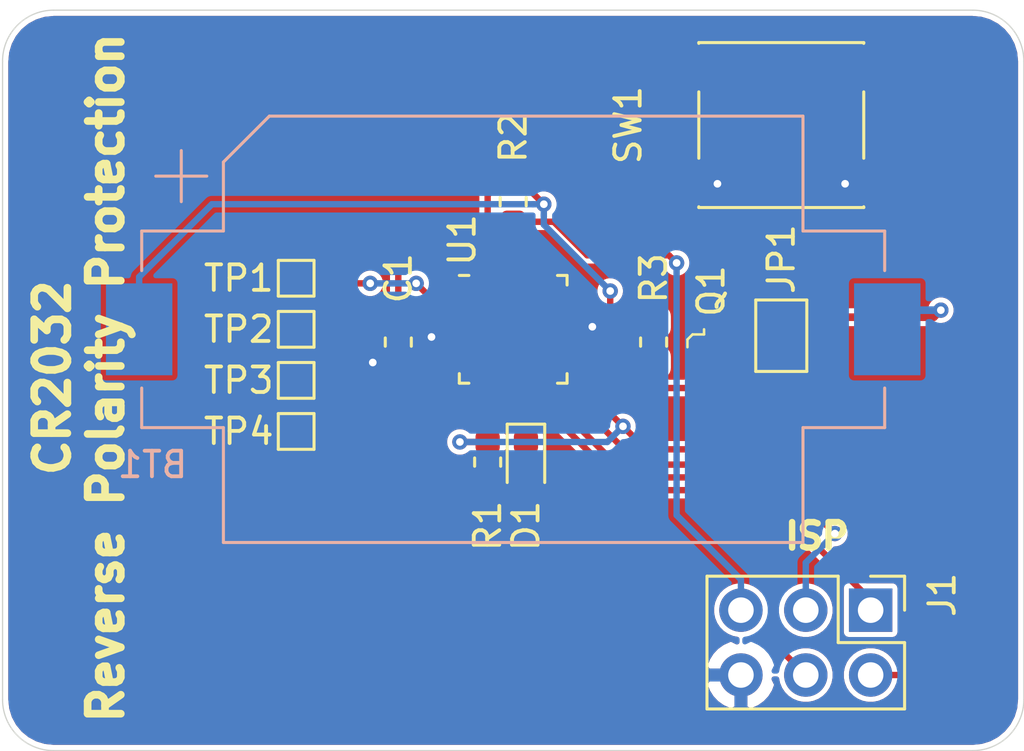
<source format=kicad_pcb>
(kicad_pcb (version 20171130) (host pcbnew "(5.1.9)-1")

  (general
    (thickness 1.6)
    (drawings 13)
    (tracks 138)
    (zones 0)
    (modules 19)
    (nets 30)
  )

  (page A4)
  (layers
    (0 F.Cu signal)
    (31 B.Cu signal)
    (32 B.Adhes user)
    (33 F.Adhes user)
    (34 B.Paste user)
    (35 F.Paste user)
    (36 B.SilkS user)
    (37 F.SilkS user)
    (38 B.Mask user)
    (39 F.Mask user)
    (40 Dwgs.User user)
    (41 Cmts.User user)
    (42 Eco1.User user)
    (43 Eco2.User user)
    (44 Edge.Cuts user)
    (45 Margin user)
    (46 B.CrtYd user)
    (47 F.CrtYd user)
    (48 B.Fab user)
    (49 F.Fab user hide)
  )

  (setup
    (last_trace_width 0.3)
    (user_trace_width 0.25)
    (user_trace_width 0.3)
    (trace_clearance 0.15)
    (zone_clearance 0.508)
    (zone_45_only no)
    (trace_min 0.2)
    (via_size 0.6)
    (via_drill 0.3)
    (via_min_size 0.4)
    (via_min_drill 0.3)
    (user_via 0.6 0.3)
    (uvia_size 0.3)
    (uvia_drill 0.1)
    (uvias_allowed no)
    (uvia_min_size 0.2)
    (uvia_min_drill 0.1)
    (edge_width 0.05)
    (segment_width 0.2)
    (pcb_text_width 0.3)
    (pcb_text_size 1.5 1.5)
    (mod_edge_width 0.12)
    (mod_text_size 1 1)
    (mod_text_width 0.15)
    (pad_size 1.524 1.524)
    (pad_drill 0.762)
    (pad_to_mask_clearance 0)
    (aux_axis_origin 0 0)
    (visible_elements 7FFFFFFF)
    (pcbplotparams
      (layerselection 0x010fc_ffffffff)
      (usegerberextensions false)
      (usegerberattributes false)
      (usegerberadvancedattributes false)
      (creategerberjobfile false)
      (excludeedgelayer true)
      (linewidth 0.100000)
      (plotframeref false)
      (viasonmask false)
      (mode 1)
      (useauxorigin false)
      (hpglpennumber 1)
      (hpglpenspeed 20)
      (hpglpendiameter 15.000000)
      (psnegative false)
      (psa4output false)
      (plotreference true)
      (plotvalue true)
      (plotinvisibletext false)
      (padsonsilk false)
      (subtractmaskfromsilk false)
      (outputformat 1)
      (mirror false)
      (drillshape 0)
      (scaleselection 1)
      (outputdirectory "gerbers/"))
  )

  (net 0 "")
  (net 1 +BATT)
  (net 2 "Net-(BT1-Pad2)")
  (net 3 GND)
  (net 4 "Net-(D1-Pad2)")
  (net 5 "Net-(D1-Pad1)")
  (net 6 /RESET)
  (net 7 /PB3)
  (net 8 /PB5)
  (net 9 /PB4)
  (net 10 "Net-(Q1-Pad1)")
  (net 11 "Net-(TP1-Pad1)")
  (net 12 "Net-(TP2-Pad1)")
  (net 13 "Net-(TP3-Pad1)")
  (net 14 "Net-(TP4-Pad1)")
  (net 15 "Net-(U1-Pad28)")
  (net 16 "Net-(U1-Pad27)")
  (net 17 "Net-(U1-Pad26)")
  (net 18 "Net-(U1-Pad24)")
  (net 19 "Net-(U1-Pad23)")
  (net 20 "Net-(U1-Pad22)")
  (net 21 "Net-(U1-Pad21)")
  (net 22 "Net-(U1-Pad20)")
  (net 23 "Net-(U1-Pad19)")
  (net 24 "Net-(U1-Pad17)")
  (net 25 "Net-(U1-Pad11)")
  (net 26 "Net-(U1-Pad10)")
  (net 27 "Net-(U1-Pad6)")
  (net 28 "Net-(U1-Pad5)")
  (net 29 "Net-(U1-Pad1)")

  (net_class Default "This is the default net class."
    (clearance 0.15)
    (trace_width 0.3)
    (via_dia 0.6)
    (via_drill 0.3)
    (uvia_dia 0.3)
    (uvia_drill 0.1)
    (add_net +BATT)
    (add_net /PB3)
    (add_net /PB4)
    (add_net /PB5)
    (add_net /RESET)
    (add_net GND)
    (add_net "Net-(BT1-Pad2)")
    (add_net "Net-(D1-Pad1)")
    (add_net "Net-(D1-Pad2)")
    (add_net "Net-(Q1-Pad1)")
    (add_net "Net-(TP1-Pad1)")
    (add_net "Net-(TP2-Pad1)")
    (add_net "Net-(TP3-Pad1)")
    (add_net "Net-(TP4-Pad1)")
    (add_net "Net-(U1-Pad1)")
    (add_net "Net-(U1-Pad10)")
    (add_net "Net-(U1-Pad11)")
    (add_net "Net-(U1-Pad17)")
    (add_net "Net-(U1-Pad19)")
    (add_net "Net-(U1-Pad20)")
    (add_net "Net-(U1-Pad21)")
    (add_net "Net-(U1-Pad22)")
    (add_net "Net-(U1-Pad23)")
    (add_net "Net-(U1-Pad24)")
    (add_net "Net-(U1-Pad26)")
    (add_net "Net-(U1-Pad27)")
    (add_net "Net-(U1-Pad28)")
    (add_net "Net-(U1-Pad5)")
    (add_net "Net-(U1-Pad6)")
  )

  (module Voltlog:voltlog_mask_3mm (layer F.Cu) (tedit 5FCA3194) (tstamp 5FF62C9E)
    (at 156 60.7 90)
    (path /5FF9EB08)
    (attr virtual)
    (fp_text reference V1 (at 0 3 90) (layer F.SilkS) hide
      (effects (font (size 1 1) (thickness 0.1)))
    )
    (fp_text value VOLTLOG_LOGO (at 0.2 4.3 90) (layer F.SilkS) hide
      (effects (font (size 1 1) (thickness 0.1)))
    )
    (fp_poly (pts (xy 0.150612 -1.063253) (xy 0.265058 -1.061731) (xy 0.37733 -1.059331) (xy 0.486437 -1.056032)
      (xy 0.591387 -1.051817) (xy 0.691192 -1.046665) (xy 0.783889 -1.040627) (xy 0.870759 -1.033646)
      (xy 0.94631 -1.025947) (xy 1.011922 -1.017071) (xy 1.068972 -1.00656) (xy 1.11884 -0.993954)
      (xy 1.162903 -0.978796) (xy 1.202542 -0.960627) (xy 1.239133 -0.938987) (xy 1.274057 -0.913418)
      (xy 1.308692 -0.883461) (xy 1.336339 -0.856808) (xy 1.375265 -0.815305) (xy 1.407702 -0.774392)
      (xy 1.434508 -0.73209) (xy 1.456542 -0.686423) (xy 1.474663 -0.635411) (xy 1.489728 -0.577077)
      (xy 1.502598 -0.509444) (xy 1.510857 -0.454813) (xy 1.517758 -0.403032) (xy 1.523496 -0.354494)
      (xy 1.528168 -0.307317) (xy 1.531874 -0.259614) (xy 1.534712 -0.209502) (xy 1.536778 -0.155095)
      (xy 1.538173 -0.094509) (xy 1.538993 -0.025859) (xy 1.539337 0.05274) (xy 1.539362 0.092517)
      (xy 1.538798 0.200542) (xy 1.537094 0.297345) (xy 1.534141 0.384361) (xy 1.52983 0.463027)
      (xy 1.524053 0.534776) (xy 1.516701 0.601046) (xy 1.507665 0.663272) (xy 1.496836 0.722889)
      (xy 1.48875 0.76108) (xy 1.464763 0.841825) (xy 1.430665 0.916414) (xy 1.387287 0.984019)
      (xy 1.335459 1.043813) (xy 1.27601 1.094969) (xy 1.209773 1.136658) (xy 1.137576 1.168053)
      (xy 1.06025 1.188326) (xy 1.060114 1.188351) (xy 1.043349 1.190676) (xy 1.020396 1.192598)
      (xy 0.990263 1.194146) (xy 0.951953 1.195345) (xy 0.904473 1.196223) (xy 0.846829 1.196808)
      (xy 0.778027 1.197125) (xy 0.735204 1.197195) (xy 0.457919 1.197417) (xy 0.420039 1.237104)
      (xy 0.409612 1.248416) (xy 0.391588 1.268421) (xy 0.366735 1.296251) (xy 0.335817 1.33104)
      (xy 0.299603 1.371924) (xy 0.258858 1.418035) (xy 0.214348 1.468507) (xy 0.16684 1.522475)
      (xy 0.1171 1.579072) (xy 0.075882 1.626042) (xy 0.025177 1.683818) (xy -0.023703 1.739435)
      (xy -0.07002 1.792053) (xy -0.113032 1.840837) (xy -0.151999 1.88495) (xy -0.186183 1.923554)
      (xy -0.214842 1.955813) (xy -0.237237 1.98089) (xy -0.252627 1.997948) (xy -0.259589 2.005454)
      (xy -0.282677 2.025892) (xy -0.301572 2.034854) (xy -0.316969 2.032589) (xy -0.322916 2.027997)
      (xy -0.329728 2.01515) (xy -0.330536 2.009466) (xy -0.328487 2.001637) (xy -0.322586 1.982915)
      (xy -0.3132 1.954386) (xy -0.300699 1.917135) (xy -0.285451 1.872247) (xy -0.267824 1.820808)
      (xy -0.248187 1.763903) (xy -0.226909 1.702617) (xy -0.206454 1.644023) (xy -0.182455 1.575436)
      (xy -0.158483 1.50689) (xy -0.135087 1.43996) (xy -0.112816 1.376219) (xy -0.09222 1.317239)
      (xy -0.073849 1.264595) (xy -0.058251 1.219858) (xy -0.045976 1.184604) (xy -0.040499 1.168842)
      (xy -0.026074 1.128386) (xy -0.011271 1.088817) (xy 0.00281 1.052938) (xy 0.015069 1.023554)
      (xy 0.024265 1.003742) (xy 0.053215 0.958549) (xy 0.091235 0.91555) (xy 0.134769 0.878309)
      (xy 0.174289 0.853405) (xy 0.194583 0.843046) (xy 0.213087 0.834482) (xy 0.231245 0.827542)
      (xy 0.250498 0.822055) (xy 0.272289 0.817848) (xy 0.298061 0.814751) (xy 0.329256 0.812591)
      (xy 0.367318 0.811198) (xy 0.413689 0.8104) (xy 0.469812 0.810026) (xy 0.537129 0.809903)
      (xy 0.54033 0.809901) (xy 0.63783 0.809524) (xy 0.723061 0.80852) (xy 0.796438 0.80687)
      (xy 0.858378 0.804552) (xy 0.909295 0.801547) (xy 0.949607 0.797835) (xy 0.979729 0.793394)
      (xy 1.000077 0.788205) (xy 1.002302 0.787365) (xy 1.030549 0.770133) (xy 1.055943 0.743735)
      (xy 1.07548 0.711707) (xy 1.08267 0.692869) (xy 1.094202 0.645757) (xy 1.104245 0.587561)
      (xy 1.112778 0.519812) (xy 1.119781 0.444039) (xy 1.125231 0.361773) (xy 1.129109 0.274546)
      (xy 1.131393 0.183887) (xy 1.132062 0.091327) (xy 1.131096 -0.001603) (xy 1.128473 -0.093373)
      (xy 1.124172 -0.182452) (xy 1.118172 -0.267309) (xy 1.110453 -0.346415) (xy 1.100993 -0.418238)
      (xy 1.09815 -0.436103) (xy 1.088126 -0.486894) (xy 1.075883 -0.526611) (xy 1.059897 -0.556861)
      (xy 1.038647 -0.579253) (xy 1.010609 -0.595392) (xy 0.974259 -0.606886) (xy 0.92834 -0.615304)
      (xy 0.873792 -0.622016) (xy 0.807772 -0.628097) (xy 0.731493 -0.633534) (xy 0.646169 -0.638318)
      (xy 0.553011 -0.642437) (xy 0.453234 -0.645881) (xy 0.34805 -0.648638) (xy 0.238673 -0.650697)
      (xy 0.126314 -0.652049) (xy 0.012188 -0.652681) (xy -0.102494 -0.652583) (xy -0.216517 -0.651744)
      (xy -0.328669 -0.650153) (xy -0.437736 -0.6478) (xy -0.542507 -0.644672) (xy -0.641767 -0.64076)
      (xy -0.734305 -0.636053) (xy -0.813136 -0.630961) (xy -0.882666 -0.625431) (xy -0.940677 -0.61934)
      (xy -0.98835 -0.611978) (xy -1.026864 -0.602633) (xy -1.057401 -0.590596) (xy -1.081141 -0.575156)
      (xy -1.099264 -0.555603) (xy -1.11295 -0.531226) (xy -1.123381 -0.501316) (xy -1.131735 -0.465161)
      (xy -1.136923 -0.436103) (xy -1.146852 -0.366517) (xy -1.155036 -0.289237) (xy -1.161495 -0.205792)
      (xy -1.16625 -0.117714) (xy -1.169323 -0.026532) (xy -1.170735 0.066223) (xy -1.170505 0.159021)
      (xy -1.168657 0.250331) (xy -1.165209 0.338623) (xy -1.160184 0.422366) (xy -1.153602 0.50003)
      (xy -1.145485 0.570085) (xy -1.135853 0.631) (xy -1.124726 0.681244) (xy -1.121461 0.692809)
      (xy -1.104372 0.728648) (xy -1.077294 0.758533) (xy -1.043911 0.779337) (xy -1.022132 0.785811)
      (xy -0.988325 0.791354) (xy -0.94313 0.795923) (xy -0.887189 0.799473) (xy -0.821142 0.80196)
      (xy -0.745631 0.80334) (xy -0.691941 0.803622) (xy -0.54852 0.803717) (xy -0.507598 0.760854)
      (xy -0.495497 0.747789) (xy -0.475996 0.726241) (xy -0.450052 0.697289) (xy -0.418623 0.662011)
      (xy -0.382669 0.621487) (xy -0.343146 0.576794) (xy -0.301013 0.529011) (xy -0.257228 0.479218)
      (xy -0.241444 0.461233) (xy -0.19466 0.407902) (xy -0.147081 0.353667) (xy -0.1 0.3)
      (xy -0.054711 0.248378) (xy -0.012507 0.200276) (xy 0.025316 0.157167) (xy 0.057466 0.120528)
      (xy 0.082648 0.091833) (xy 0.084469 0.089758) (xy 0.113401 0.057245) (xy 0.140352 0.02781)
      (xy 0.163964 0.002868) (xy 0.182881 -0.016168) (xy 0.195747 -0.027883) (xy 0.200164 -0.030879)
      (xy 0.214837 -0.033041) (xy 0.228071 -0.025133) (xy 0.237612 -0.014776) (xy 0.240964 -0.008233)
      (xy 0.238922 -0.001393) (xy 0.23306 0.01628) (xy 0.223774 0.04364) (xy 0.211458 0.07954)
      (xy 0.196508 0.122832) (xy 0.179319 0.172372) (xy 0.160286 0.227011) (xy 0.139804 0.285603)
      (xy 0.133527 0.303521) (xy 0.109848 0.371111) (xy 0.085146 0.441681) (xy 0.060196 0.513009)
      (xy 0.035776 0.582876) (xy 0.01266 0.649061) (xy -0.008374 0.709343) (xy -0.026552 0.7615)
      (xy -0.037682 0.793485) (xy -0.054558 0.841216) (xy -0.071174 0.886716) (xy -0.086812 0.928126)
      (xy -0.100752 0.963589) (xy -0.112276 0.991246) (xy -0.120665 1.009239) (xy -0.122333 1.012257)
      (xy -0.158497 1.061783) (xy -0.204445 1.106071) (xy -0.257723 1.143285) (xy -0.31588 1.171587)
      (xy -0.350376 1.183056) (xy -0.360128 1.185482) (xy -0.371117 1.187534) (xy -0.384434 1.189243)
      (xy -0.401169 1.190638) (xy -0.422414 1.191751) (xy -0.449259 1.192614) (xy -0.482795 1.193255)
      (xy -0.524114 1.193708) (xy -0.574305 1.194001) (xy -0.63446 1.194166) (xy -0.705669 1.194234)
      (xy -0.746461 1.194242) (xy -1.102061 1.194242) (xy -1.163933 1.172816) (xy -1.24248 1.139349)
      (xy -1.312751 1.096274) (xy -1.37459 1.043728) (xy -1.42784 0.981849) (xy -1.472347 0.910777)
      (xy -1.483127 0.889442) (xy -1.500056 0.84999) (xy -1.51501 0.805587) (xy -1.528243 0.754965)
      (xy -1.540007 0.696857) (xy -1.550554 0.629997) (xy -1.560139 0.553117) (xy -1.569014 0.464952)
      (xy -1.569962 0.454467) (xy -1.572317 0.419927) (xy -1.574281 0.374644) (xy -1.575852 0.320565)
      (xy -1.577032 0.25964) (xy -1.577821 0.193819) (xy -1.578217 0.12505) (xy -1.578222 0.055284)
      (xy -1.577835 -0.013531) (xy -1.577056 -0.079445) (xy -1.575885 -0.140508) (xy -1.574322 -0.194772)
      (xy -1.572368 -0.240287) (xy -1.570022 -0.275103) (xy -1.569962 -0.275783) (xy -1.560869 -0.368057)
      (xy -1.550939 -0.448929) (xy -1.539786 -0.519687) (xy -1.527022 -0.581622) (xy -1.512262 -0.636023)
      (xy -1.495117 -0.68418) (xy -1.475202 -0.727382) (xy -1.45213 -0.766919) (xy -1.425513 -0.80408)
      (xy -1.403575 -0.830503) (xy -1.344867 -0.889313) (xy -1.281366 -0.936726) (xy -1.211754 -0.973557)
      (xy -1.134714 -1.000626) (xy -1.125144 -1.003195) (xy -1.084282 -1.011933) (xy -1.031724 -1.020063)
      (xy -0.968461 -1.027568) (xy -0.895484 -1.034428) (xy -0.813784 -1.040622) (xy -0.72435 -1.046133)
      (xy -0.628175 -1.050939) (xy -0.526248 -1.055023) (xy -0.41956 -1.058364) (xy -0.309103 -1.060943)
      (xy -0.195866 -1.062741) (xy -0.080841 -1.063738) (xy 0.034982 -1.063915) (xy 0.150612 -1.063253)) (layer F.Mask) (width 0.01))
  )

  (module Fiducial:Fiducial_0.5mm_Mask1mm (layer F.Cu) (tedit 5C18CB26) (tstamp 5FF62ABD)
    (at 127.1 51.2)
    (descr "Circular Fiducial, 0.5mm bare copper, 1mm soldermask opening (Level C)")
    (tags fiducial)
    (path /5FFA0050)
    (attr smd)
    (fp_text reference FID3 (at 0 -1.5) (layer F.SilkS) hide
      (effects (font (size 1 1) (thickness 0.15)))
    )
    (fp_text value Fiducial (at 0 1.5) (layer F.Fab)
      (effects (font (size 1 1) (thickness 0.15)))
    )
    (fp_circle (center 0 0) (end 0.75 0) (layer F.CrtYd) (width 0.05))
    (fp_circle (center 0 0) (end 0.5 0) (layer F.Fab) (width 0.1))
    (fp_text user %R (at 0 0) (layer F.Fab)
      (effects (font (size 0.2 0.2) (thickness 0.04)))
    )
    (pad "" smd circle (at 0 0) (size 0.5 0.5) (layers F.Cu F.Mask)
      (solder_mask_margin 0.25) (clearance 0.25))
  )

  (module Fiducial:Fiducial_0.5mm_Mask1mm (layer F.Cu) (tedit 5C18CB26) (tstamp 5FF62AB5)
    (at 159.1 74.2)
    (descr "Circular Fiducial, 0.5mm bare copper, 1mm soldermask opening (Level C)")
    (tags fiducial)
    (path /5FF9FE92)
    (attr smd)
    (fp_text reference FID2 (at 0 -1.5) (layer F.SilkS) hide
      (effects (font (size 1 1) (thickness 0.15)))
    )
    (fp_text value Fiducial (at 0 1.5) (layer F.Fab)
      (effects (font (size 1 1) (thickness 0.15)))
    )
    (fp_circle (center 0 0) (end 0.75 0) (layer F.CrtYd) (width 0.05))
    (fp_circle (center 0 0) (end 0.5 0) (layer F.Fab) (width 0.1))
    (fp_text user %R (at 0 0) (layer F.Fab)
      (effects (font (size 0.2 0.2) (thickness 0.04)))
    )
    (pad "" smd circle (at 0 0) (size 0.5 0.5) (layers F.Cu F.Mask)
      (solder_mask_margin 0.25) (clearance 0.25))
  )

  (module Fiducial:Fiducial_0.5mm_Mask1mm (layer F.Cu) (tedit 5C18CB26) (tstamp 5FF62AAD)
    (at 158.5 51.4)
    (descr "Circular Fiducial, 0.5mm bare copper, 1mm soldermask opening (Level C)")
    (tags fiducial)
    (path /5FF9F322)
    (attr smd)
    (fp_text reference FID1 (at 0 -1.5) (layer F.SilkS) hide
      (effects (font (size 1 1) (thickness 0.15)))
    )
    (fp_text value Fiducial (at 0 1.5) (layer F.Fab)
      (effects (font (size 1 1) (thickness 0.15)))
    )
    (fp_circle (center 0 0) (end 0.75 0) (layer F.CrtYd) (width 0.05))
    (fp_circle (center 0 0) (end 0.5 0) (layer F.Fab) (width 0.1))
    (fp_text user %R (at 0 0) (layer F.Fab)
      (effects (font (size 0.2 0.2) (thickness 0.04)))
    )
    (pad "" smd circle (at 0 0) (size 0.5 0.5) (layers F.Cu F.Mask)
      (solder_mask_margin 0.25) (clearance 0.25))
  )

  (module Voltlog:sot-523 (layer F.Cu) (tedit 5D28A63A) (tstamp 5FF616ED)
    (at 148.75 60.25)
    (path /5FF89918)
    (attr smd)
    (fp_text reference Q1 (at 0 -2.25 90) (layer F.SilkS)
      (effects (font (size 1 1) (thickness 0.15)))
    )
    (fp_text value DMG1012T-7 (at 0.1 1.82524) (layer F.Fab)
      (effects (font (size 1 1) (thickness 0.15)))
    )
    (fp_line (start 0.8 0.42524) (end -0.8 0.42524) (layer F.Fab) (width 0.1))
    (fp_line (start 0.8 -0.42476) (end 0.8 0.42524) (layer F.Fab) (width 0.1))
    (fp_line (start -0.65 -0.42476) (end -0.8 -0.27476) (layer F.Fab) (width 0.1))
    (fp_line (start 0.8 -0.42476) (end -0.65 -0.42476) (layer F.Fab) (width 0.1))
    (fp_line (start -0.8 -0.27476) (end -0.8 0.42524) (layer F.Fab) (width 0.1))
    (fp_line (start -0.275 -0.54976) (end -0.275 -0.74976) (layer F.SilkS) (width 0.1))
    (fp_line (start -0.725 -0.54976) (end -0.275 -0.54976) (layer F.SilkS) (width 0.1))
    (fp_line (start -0.925 -0.34976) (end -0.725 -0.54976) (layer F.SilkS) (width 0.1))
    (fp_line (start -0.925 -0.04976) (end -0.925 -0.34976) (layer F.SilkS) (width 0.1))
    (fp_line (start 1.1 -1.14976) (end 1.1 1.15024) (layer F.CrtYd) (width 0.05))
    (fp_line (start -1.1 -1.14976) (end -1.1 1.15024) (layer F.CrtYd) (width 0.05))
    (fp_line (start -1.1 -1.14976) (end 1.1 -1.14976) (layer F.CrtYd) (width 0.05))
    (fp_line (start -1.1 1.15024) (end 1.1 1.15024) (layer F.CrtYd) (width 0.05))
    (fp_text user %R (at 0.075 0.00024) (layer F.Fab)
      (effects (font (size 0.25 0.25) (thickness 0.04)))
    )
    (pad 2 smd rect (at 0.5 0.65) (size 0.4 0.51) (layers F.Cu F.Paste F.Mask)
      (net 3 GND))
    (pad 1 smd rect (at -0.5 0.65) (size 0.4 0.51) (layers F.Cu F.Paste F.Mask)
      (net 10 "Net-(Q1-Pad1)"))
    (pad 3 smd rect (at 0 -0.65) (size 0.4 0.51) (layers F.Cu F.Paste F.Mask)
      (net 2 "Net-(BT1-Pad2)"))
  )

  (module Package_DFN_QFN:QFN-28-1EP_4x4mm_P0.45mm_EP2.4x2.4mm (layer F.Cu) (tedit 5C1FD453) (tstamp 5FF60669)
    (at 141 59.5)
    (descr "QFN, 28 Pin (http://ww1.microchip.com/downloads/en/DeviceDoc/8008S.pdf#page=16), generated with kicad-footprint-generator ipc_dfn_qfn_generator.py")
    (tags "QFN DFN_QFN")
    (path /5FF59DA3)
    (attr smd)
    (fp_text reference U1 (at -2 -3.5 90) (layer F.SilkS)
      (effects (font (size 1 1) (thickness 0.15)))
    )
    (fp_text value ATtiny48-MMU (at 0 3.3) (layer F.Fab)
      (effects (font (size 1 1) (thickness 0.15)))
    )
    (fp_line (start 2.6 -2.6) (end -2.6 -2.6) (layer F.CrtYd) (width 0.05))
    (fp_line (start 2.6 2.6) (end 2.6 -2.6) (layer F.CrtYd) (width 0.05))
    (fp_line (start -2.6 2.6) (end 2.6 2.6) (layer F.CrtYd) (width 0.05))
    (fp_line (start -2.6 -2.6) (end -2.6 2.6) (layer F.CrtYd) (width 0.05))
    (fp_line (start -2 -1) (end -1 -2) (layer F.Fab) (width 0.1))
    (fp_line (start -2 2) (end -2 -1) (layer F.Fab) (width 0.1))
    (fp_line (start 2 2) (end -2 2) (layer F.Fab) (width 0.1))
    (fp_line (start 2 -2) (end 2 2) (layer F.Fab) (width 0.1))
    (fp_line (start -1 -2) (end 2 -2) (layer F.Fab) (width 0.1))
    (fp_line (start -1.735 -2.11) (end -2.11 -2.11) (layer F.SilkS) (width 0.12))
    (fp_line (start 2.11 2.11) (end 2.11 1.735) (layer F.SilkS) (width 0.12))
    (fp_line (start 1.735 2.11) (end 2.11 2.11) (layer F.SilkS) (width 0.12))
    (fp_line (start -2.11 2.11) (end -2.11 1.735) (layer F.SilkS) (width 0.12))
    (fp_line (start -1.735 2.11) (end -2.11 2.11) (layer F.SilkS) (width 0.12))
    (fp_line (start 2.11 -2.11) (end 2.11 -1.735) (layer F.SilkS) (width 0.12))
    (fp_line (start 1.735 -2.11) (end 2.11 -2.11) (layer F.SilkS) (width 0.12))
    (fp_text user %R (at 0 0) (layer F.Fab)
      (effects (font (size 1 1) (thickness 0.15)))
    )
    (pad 28 smd custom (at -1.35 -1.95) (size 0.179289 0.179289) (layers F.Cu F.Paste F.Mask)
      (net 15 "Net-(U1-Pad28)")
      (options (clearance outline) (anchor circle))
      (primitives
        (gr_poly (pts
           (xy -0.0625 -0.3375) (xy 0.0625 -0.3375) (xy 0.0625 0.3375) (xy 0.000888 0.3375) (xy -0.0625 0.274112)
) (width 0.125))
      ))
    (pad 27 smd roundrect (at -0.9 -1.95) (size 0.25 0.8) (layers F.Cu F.Paste F.Mask) (roundrect_rratio 0.25)
      (net 16 "Net-(U1-Pad27)"))
    (pad 26 smd roundrect (at -0.45 -1.95) (size 0.25 0.8) (layers F.Cu F.Paste F.Mask) (roundrect_rratio 0.25)
      (net 17 "Net-(U1-Pad26)"))
    (pad 25 smd roundrect (at 0 -1.95) (size 0.25 0.8) (layers F.Cu F.Paste F.Mask) (roundrect_rratio 0.25)
      (net 6 /RESET))
    (pad 24 smd roundrect (at 0.45 -1.95) (size 0.25 0.8) (layers F.Cu F.Paste F.Mask) (roundrect_rratio 0.25)
      (net 18 "Net-(U1-Pad24)"))
    (pad 23 smd roundrect (at 0.9 -1.95) (size 0.25 0.8) (layers F.Cu F.Paste F.Mask) (roundrect_rratio 0.25)
      (net 19 "Net-(U1-Pad23)"))
    (pad 22 smd custom (at 1.35 -1.95) (size 0.179289 0.179289) (layers F.Cu F.Paste F.Mask)
      (net 20 "Net-(U1-Pad22)")
      (options (clearance outline) (anchor circle))
      (primitives
        (gr_poly (pts
           (xy -0.0625 -0.3375) (xy 0.0625 -0.3375) (xy 0.0625 0.274112) (xy -0.000888 0.3375) (xy -0.0625 0.3375)
) (width 0.125))
      ))
    (pad 21 smd custom (at 1.95 -1.35) (size 0.179289 0.179289) (layers F.Cu F.Paste F.Mask)
      (net 21 "Net-(U1-Pad21)")
      (options (clearance outline) (anchor circle))
      (primitives
        (gr_poly (pts
           (xy -0.3375 0.000888) (xy -0.274112 -0.0625) (xy 0.3375 -0.0625) (xy 0.3375 0.0625) (xy -0.3375 0.0625)
) (width 0.125))
      ))
    (pad 20 smd roundrect (at 1.95 -0.9) (size 0.8 0.25) (layers F.Cu F.Paste F.Mask) (roundrect_rratio 0.25)
      (net 22 "Net-(U1-Pad20)"))
    (pad 19 smd roundrect (at 1.95 -0.45) (size 0.8 0.25) (layers F.Cu F.Paste F.Mask) (roundrect_rratio 0.25)
      (net 23 "Net-(U1-Pad19)"))
    (pad 18 smd roundrect (at 1.95 0) (size 0.8 0.25) (layers F.Cu F.Paste F.Mask) (roundrect_rratio 0.25)
      (net 3 GND))
    (pad 17 smd roundrect (at 1.95 0.45) (size 0.8 0.25) (layers F.Cu F.Paste F.Mask) (roundrect_rratio 0.25)
      (net 24 "Net-(U1-Pad17)"))
    (pad 16 smd roundrect (at 1.95 0.9) (size 0.8 0.25) (layers F.Cu F.Paste F.Mask) (roundrect_rratio 0.25)
      (net 1 +BATT))
    (pad 15 smd custom (at 1.95 1.35) (size 0.179289 0.179289) (layers F.Cu F.Paste F.Mask)
      (net 8 /PB5)
      (options (clearance outline) (anchor circle))
      (primitives
        (gr_poly (pts
           (xy -0.3375 -0.0625) (xy 0.3375 -0.0625) (xy 0.3375 0.0625) (xy -0.274112 0.0625) (xy -0.3375 -0.000888)
) (width 0.125))
      ))
    (pad 14 smd custom (at 1.35 1.95) (size 0.179289 0.179289) (layers F.Cu F.Paste F.Mask)
      (net 9 /PB4)
      (options (clearance outline) (anchor circle))
      (primitives
        (gr_poly (pts
           (xy -0.0625 -0.3375) (xy -0.000888 -0.3375) (xy 0.0625 -0.274112) (xy 0.0625 0.3375) (xy -0.0625 0.3375)
) (width 0.125))
      ))
    (pad 13 smd roundrect (at 0.9 1.95) (size 0.25 0.8) (layers F.Cu F.Paste F.Mask) (roundrect_rratio 0.25)
      (net 7 /PB3))
    (pad 12 smd roundrect (at 0.45 1.95) (size 0.25 0.8) (layers F.Cu F.Paste F.Mask) (roundrect_rratio 0.25)
      (net 5 "Net-(D1-Pad1)"))
    (pad 11 smd roundrect (at 0 1.95) (size 0.25 0.8) (layers F.Cu F.Paste F.Mask) (roundrect_rratio 0.25)
      (net 25 "Net-(U1-Pad11)"))
    (pad 10 smd roundrect (at -0.45 1.95) (size 0.25 0.8) (layers F.Cu F.Paste F.Mask) (roundrect_rratio 0.25)
      (net 26 "Net-(U1-Pad10)"))
    (pad 9 smd roundrect (at -0.9 1.95) (size 0.25 0.8) (layers F.Cu F.Paste F.Mask) (roundrect_rratio 0.25)
      (net 14 "Net-(TP4-Pad1)"))
    (pad 8 smd custom (at -1.35 1.95) (size 0.179289 0.179289) (layers F.Cu F.Paste F.Mask)
      (net 13 "Net-(TP3-Pad1)")
      (options (clearance outline) (anchor circle))
      (primitives
        (gr_poly (pts
           (xy -0.0625 -0.274112) (xy 0.000888 -0.3375) (xy 0.0625 -0.3375) (xy 0.0625 0.3375) (xy -0.0625 0.3375)
) (width 0.125))
      ))
    (pad 7 smd custom (at -1.95 1.35) (size 0.179289 0.179289) (layers F.Cu F.Paste F.Mask)
      (net 12 "Net-(TP2-Pad1)")
      (options (clearance outline) (anchor circle))
      (primitives
        (gr_poly (pts
           (xy -0.3375 -0.0625) (xy 0.3375 -0.0625) (xy 0.3375 -0.000888) (xy 0.274112 0.0625) (xy -0.3375 0.0625)
) (width 0.125))
      ))
    (pad 6 smd roundrect (at -1.95 0.9) (size 0.8 0.25) (layers F.Cu F.Paste F.Mask) (roundrect_rratio 0.25)
      (net 27 "Net-(U1-Pad6)"))
    (pad 5 smd roundrect (at -1.95 0.45) (size 0.8 0.25) (layers F.Cu F.Paste F.Mask) (roundrect_rratio 0.25)
      (net 28 "Net-(U1-Pad5)"))
    (pad 4 smd roundrect (at -1.95 0) (size 0.8 0.25) (layers F.Cu F.Paste F.Mask) (roundrect_rratio 0.25)
      (net 3 GND))
    (pad 3 smd roundrect (at -1.95 -0.45) (size 0.8 0.25) (layers F.Cu F.Paste F.Mask) (roundrect_rratio 0.25)
      (net 1 +BATT))
    (pad 2 smd roundrect (at -1.95 -0.9) (size 0.8 0.25) (layers F.Cu F.Paste F.Mask) (roundrect_rratio 0.25)
      (net 11 "Net-(TP1-Pad1)"))
    (pad 1 smd custom (at -1.95 -1.35) (size 0.179289 0.179289) (layers F.Cu F.Paste F.Mask)
      (net 29 "Net-(U1-Pad1)")
      (options (clearance outline) (anchor circle))
      (primitives
        (gr_poly (pts
           (xy -0.3375 -0.0625) (xy 0.274112 -0.0625) (xy 0.3375 0.000888) (xy 0.3375 0.0625) (xy -0.3375 0.0625)
) (width 0.125))
      ))
    (pad "" smd roundrect (at 0.6 0.6) (size 0.97 0.97) (layers F.Paste) (roundrect_rratio 0.25))
    (pad "" smd roundrect (at 0.6 -0.6) (size 0.97 0.97) (layers F.Paste) (roundrect_rratio 0.25))
    (pad "" smd roundrect (at -0.6 0.6) (size 0.97 0.97) (layers F.Paste) (roundrect_rratio 0.25))
    (pad "" smd roundrect (at -0.6 -0.6) (size 0.97 0.97) (layers F.Paste) (roundrect_rratio 0.25))
    (pad 29 smd roundrect (at 0 0) (size 2.4 2.4) (layers F.Cu F.Mask) (roundrect_rratio 0.1041666666666667)
      (net 3 GND))
    (model ${KISYS3DMOD}/Package_DFN_QFN.3dshapes/QFN-28-1EP_4x4mm_P0.45mm_EP2.4x2.4mm.wrl
      (at (xyz 0 0 0))
      (scale (xyz 1 1 1))
      (rotate (xyz 0 0 0))
    )
  )

  (module TestPoint:TestPoint_Pad_1.0x1.0mm (layer F.Cu) (tedit 5A0F774F) (tstamp 5FF60633)
    (at 132.5 63.5)
    (descr "SMD rectangular pad as test Point, square 1.0mm side length")
    (tags "test point SMD pad rectangle square")
    (path /5FF72B0F)
    (attr virtual)
    (fp_text reference TP4 (at -2.25 0) (layer F.SilkS)
      (effects (font (size 1 1) (thickness 0.15)))
    )
    (fp_text value TestPoint (at 0 1.55) (layer F.Fab)
      (effects (font (size 1 1) (thickness 0.15)))
    )
    (fp_line (start 1 1) (end -1 1) (layer F.CrtYd) (width 0.05))
    (fp_line (start 1 1) (end 1 -1) (layer F.CrtYd) (width 0.05))
    (fp_line (start -1 -1) (end -1 1) (layer F.CrtYd) (width 0.05))
    (fp_line (start -1 -1) (end 1 -1) (layer F.CrtYd) (width 0.05))
    (fp_line (start -0.7 0.7) (end -0.7 -0.7) (layer F.SilkS) (width 0.12))
    (fp_line (start 0.7 0.7) (end -0.7 0.7) (layer F.SilkS) (width 0.12))
    (fp_line (start 0.7 -0.7) (end 0.7 0.7) (layer F.SilkS) (width 0.12))
    (fp_line (start -0.7 -0.7) (end 0.7 -0.7) (layer F.SilkS) (width 0.12))
    (fp_text user %R (at 0 -1.45) (layer F.Fab)
      (effects (font (size 1 1) (thickness 0.15)))
    )
    (pad 1 smd rect (at 0 0) (size 1 1) (layers F.Cu F.Mask)
      (net 14 "Net-(TP4-Pad1)"))
  )

  (module TestPoint:TestPoint_Pad_1.0x1.0mm (layer F.Cu) (tedit 5A0F774F) (tstamp 5FF60625)
    (at 132.5 61.5)
    (descr "SMD rectangular pad as test Point, square 1.0mm side length")
    (tags "test point SMD pad rectangle square")
    (path /5FF736BA)
    (attr virtual)
    (fp_text reference TP3 (at -2.25 0) (layer F.SilkS)
      (effects (font (size 1 1) (thickness 0.15)))
    )
    (fp_text value TestPoint (at 0 1.55) (layer F.Fab)
      (effects (font (size 1 1) (thickness 0.15)))
    )
    (fp_line (start 1 1) (end -1 1) (layer F.CrtYd) (width 0.05))
    (fp_line (start 1 1) (end 1 -1) (layer F.CrtYd) (width 0.05))
    (fp_line (start -1 -1) (end -1 1) (layer F.CrtYd) (width 0.05))
    (fp_line (start -1 -1) (end 1 -1) (layer F.CrtYd) (width 0.05))
    (fp_line (start -0.7 0.7) (end -0.7 -0.7) (layer F.SilkS) (width 0.12))
    (fp_line (start 0.7 0.7) (end -0.7 0.7) (layer F.SilkS) (width 0.12))
    (fp_line (start 0.7 -0.7) (end 0.7 0.7) (layer F.SilkS) (width 0.12))
    (fp_line (start -0.7 -0.7) (end 0.7 -0.7) (layer F.SilkS) (width 0.12))
    (fp_text user %R (at 0 -1.45) (layer F.Fab)
      (effects (font (size 1 1) (thickness 0.15)))
    )
    (pad 1 smd rect (at 0 0) (size 1 1) (layers F.Cu F.Mask)
      (net 13 "Net-(TP3-Pad1)"))
  )

  (module TestPoint:TestPoint_Pad_1.0x1.0mm (layer F.Cu) (tedit 5A0F774F) (tstamp 5FF60617)
    (at 132.5 59.5)
    (descr "SMD rectangular pad as test Point, square 1.0mm side length")
    (tags "test point SMD pad rectangle square")
    (path /5FF73966)
    (attr virtual)
    (fp_text reference TP2 (at -2.25 0) (layer F.SilkS)
      (effects (font (size 1 1) (thickness 0.15)))
    )
    (fp_text value TestPoint (at 0 1.55) (layer F.Fab)
      (effects (font (size 1 1) (thickness 0.15)))
    )
    (fp_line (start 1 1) (end -1 1) (layer F.CrtYd) (width 0.05))
    (fp_line (start 1 1) (end 1 -1) (layer F.CrtYd) (width 0.05))
    (fp_line (start -1 -1) (end -1 1) (layer F.CrtYd) (width 0.05))
    (fp_line (start -1 -1) (end 1 -1) (layer F.CrtYd) (width 0.05))
    (fp_line (start -0.7 0.7) (end -0.7 -0.7) (layer F.SilkS) (width 0.12))
    (fp_line (start 0.7 0.7) (end -0.7 0.7) (layer F.SilkS) (width 0.12))
    (fp_line (start 0.7 -0.7) (end 0.7 0.7) (layer F.SilkS) (width 0.12))
    (fp_line (start -0.7 -0.7) (end 0.7 -0.7) (layer F.SilkS) (width 0.12))
    (fp_text user %R (at 0 -1.45) (layer F.Fab)
      (effects (font (size 1 1) (thickness 0.15)))
    )
    (pad 1 smd rect (at 0 0) (size 1 1) (layers F.Cu F.Mask)
      (net 12 "Net-(TP2-Pad1)"))
  )

  (module TestPoint:TestPoint_Pad_1.0x1.0mm (layer F.Cu) (tedit 5A0F774F) (tstamp 5FF60609)
    (at 132.5 57.5)
    (descr "SMD rectangular pad as test Point, square 1.0mm side length")
    (tags "test point SMD pad rectangle square")
    (path /5FF73C27)
    (attr virtual)
    (fp_text reference TP1 (at -2.25 0 180) (layer F.SilkS)
      (effects (font (size 1 1) (thickness 0.15)))
    )
    (fp_text value TestPoint (at 0 1.55) (layer F.Fab)
      (effects (font (size 1 1) (thickness 0.15)))
    )
    (fp_line (start 1 1) (end -1 1) (layer F.CrtYd) (width 0.05))
    (fp_line (start 1 1) (end 1 -1) (layer F.CrtYd) (width 0.05))
    (fp_line (start -1 -1) (end -1 1) (layer F.CrtYd) (width 0.05))
    (fp_line (start -1 -1) (end 1 -1) (layer F.CrtYd) (width 0.05))
    (fp_line (start -0.7 0.7) (end -0.7 -0.7) (layer F.SilkS) (width 0.12))
    (fp_line (start 0.7 0.7) (end -0.7 0.7) (layer F.SilkS) (width 0.12))
    (fp_line (start 0.7 -0.7) (end 0.7 0.7) (layer F.SilkS) (width 0.12))
    (fp_line (start -0.7 -0.7) (end 0.7 -0.7) (layer F.SilkS) (width 0.12))
    (fp_text user %R (at 0 -1.45) (layer F.Fab)
      (effects (font (size 1 1) (thickness 0.15)))
    )
    (pad 1 smd rect (at 0 0) (size 1 1) (layers F.Cu F.Mask)
      (net 11 "Net-(TP1-Pad1)"))
  )

  (module Button_Switch_SMD:SW_Push_1P1T_NO_6x6mm_H9.5mm (layer F.Cu) (tedit 5CA1CA7F) (tstamp 5FF605FB)
    (at 151.5 51.5)
    (descr "tactile push button, 6x6mm e.g. PTS645xx series, height=9.5mm")
    (tags "tact sw push 6mm smd")
    (path /5FF683AF)
    (attr smd)
    (fp_text reference SW1 (at -6 0 90) (layer F.SilkS)
      (effects (font (size 1 1) (thickness 0.15)))
    )
    (fp_text value SW_Push (at 0 4.15) (layer F.Fab)
      (effects (font (size 1 1) (thickness 0.15)))
    )
    (fp_circle (center 0 0) (end 1.75 -0.05) (layer F.Fab) (width 0.1))
    (fp_line (start -3.23 3.23) (end 3.23 3.23) (layer F.SilkS) (width 0.12))
    (fp_line (start -3.23 -1.3) (end -3.23 1.3) (layer F.SilkS) (width 0.12))
    (fp_line (start -3.23 -3.23) (end 3.23 -3.23) (layer F.SilkS) (width 0.12))
    (fp_line (start 3.23 -1.3) (end 3.23 1.3) (layer F.SilkS) (width 0.12))
    (fp_line (start -3.23 -3.2) (end -3.23 -3.23) (layer F.SilkS) (width 0.12))
    (fp_line (start -3.23 3.23) (end -3.23 3.2) (layer F.SilkS) (width 0.12))
    (fp_line (start 3.23 3.23) (end 3.23 3.2) (layer F.SilkS) (width 0.12))
    (fp_line (start 3.23 -3.23) (end 3.23 -3.2) (layer F.SilkS) (width 0.12))
    (fp_line (start -5 -3.25) (end 5 -3.25) (layer F.CrtYd) (width 0.05))
    (fp_line (start -5 3.25) (end 5 3.25) (layer F.CrtYd) (width 0.05))
    (fp_line (start -5 -3.25) (end -5 3.25) (layer F.CrtYd) (width 0.05))
    (fp_line (start 5 3.25) (end 5 -3.25) (layer F.CrtYd) (width 0.05))
    (fp_line (start 3 -3) (end -3 -3) (layer F.Fab) (width 0.1))
    (fp_line (start 3 3) (end 3 -3) (layer F.Fab) (width 0.1))
    (fp_line (start -3 3) (end 3 3) (layer F.Fab) (width 0.1))
    (fp_line (start -3 -3) (end -3 3) (layer F.Fab) (width 0.1))
    (fp_text user %R (at 0 -4.05) (layer F.Fab)
      (effects (font (size 1 1) (thickness 0.15)))
    )
    (pad 2 smd rect (at 3.975 2.25) (size 1.55 1.3) (layers F.Cu F.Paste F.Mask)
      (net 3 GND))
    (pad 1 smd rect (at 3.975 -2.25) (size 1.55 1.3) (layers F.Cu F.Paste F.Mask)
      (net 6 /RESET))
    (pad 1 smd rect (at -3.975 -2.25) (size 1.55 1.3) (layers F.Cu F.Paste F.Mask)
      (net 6 /RESET))
    (pad 2 smd rect (at -3.975 2.25) (size 1.55 1.3) (layers F.Cu F.Paste F.Mask)
      (net 3 GND))
    (model ${KISYS3DMOD}/Button_Switch_SMD.3dshapes/SW_PUSH_6mm_H9.5mm.wrl
      (at (xyz 0 0 0))
      (scale (xyz 1 1 1))
      (rotate (xyz 0 0 0))
    )
  )

  (module Resistor_SMD:R_0603_1608Metric (layer F.Cu) (tedit 5B301BBD) (tstamp 5FF605E1)
    (at 146.5 60 270)
    (descr "Resistor SMD 0603 (1608 Metric), square (rectangular) end terminal, IPC_7351 nominal, (Body size source: http://www.tortai-tech.com/upload/download/2011102023233369053.pdf), generated with kicad-footprint-generator")
    (tags resistor)
    (path /5FF6D916)
    (attr smd)
    (fp_text reference R3 (at -2.5 0 90) (layer F.SilkS)
      (effects (font (size 1 1) (thickness 0.15)))
    )
    (fp_text value 1K (at 0 1.43 90) (layer F.Fab)
      (effects (font (size 1 1) (thickness 0.15)))
    )
    (fp_line (start 1.48 0.73) (end -1.48 0.73) (layer F.CrtYd) (width 0.05))
    (fp_line (start 1.48 -0.73) (end 1.48 0.73) (layer F.CrtYd) (width 0.05))
    (fp_line (start -1.48 -0.73) (end 1.48 -0.73) (layer F.CrtYd) (width 0.05))
    (fp_line (start -1.48 0.73) (end -1.48 -0.73) (layer F.CrtYd) (width 0.05))
    (fp_line (start -0.162779 0.51) (end 0.162779 0.51) (layer F.SilkS) (width 0.12))
    (fp_line (start -0.162779 -0.51) (end 0.162779 -0.51) (layer F.SilkS) (width 0.12))
    (fp_line (start 0.8 0.4) (end -0.8 0.4) (layer F.Fab) (width 0.1))
    (fp_line (start 0.8 -0.4) (end 0.8 0.4) (layer F.Fab) (width 0.1))
    (fp_line (start -0.8 -0.4) (end 0.8 -0.4) (layer F.Fab) (width 0.1))
    (fp_line (start -0.8 0.4) (end -0.8 -0.4) (layer F.Fab) (width 0.1))
    (fp_text user %R (at 0 0 90) (layer F.Fab)
      (effects (font (size 0.4 0.4) (thickness 0.06)))
    )
    (pad 2 smd roundrect (at 0.7875 0 270) (size 0.875 0.95) (layers F.Cu F.Paste F.Mask) (roundrect_rratio 0.25)
      (net 10 "Net-(Q1-Pad1)"))
    (pad 1 smd roundrect (at -0.7875 0 270) (size 0.875 0.95) (layers F.Cu F.Paste F.Mask) (roundrect_rratio 0.25)
      (net 1 +BATT))
    (model ${KISYS3DMOD}/Resistor_SMD.3dshapes/R_0603_1608Metric.wrl
      (at (xyz 0 0 0))
      (scale (xyz 1 1 1))
      (rotate (xyz 0 0 0))
    )
  )

  (module Resistor_SMD:R_0603_1608Metric (layer F.Cu) (tedit 5B301BBD) (tstamp 5FF605D0)
    (at 141 54.5 270)
    (descr "Resistor SMD 0603 (1608 Metric), square (rectangular) end terminal, IPC_7351 nominal, (Body size source: http://www.tortai-tech.com/upload/download/2011102023233369053.pdf), generated with kicad-footprint-generator")
    (tags resistor)
    (path /5FF5F206)
    (attr smd)
    (fp_text reference R2 (at -2.5 0 90) (layer F.SilkS)
      (effects (font (size 1 1) (thickness 0.15)))
    )
    (fp_text value 100K (at 0 1.43 90) (layer F.Fab)
      (effects (font (size 1 1) (thickness 0.15)))
    )
    (fp_line (start 1.48 0.73) (end -1.48 0.73) (layer F.CrtYd) (width 0.05))
    (fp_line (start 1.48 -0.73) (end 1.48 0.73) (layer F.CrtYd) (width 0.05))
    (fp_line (start -1.48 -0.73) (end 1.48 -0.73) (layer F.CrtYd) (width 0.05))
    (fp_line (start -1.48 0.73) (end -1.48 -0.73) (layer F.CrtYd) (width 0.05))
    (fp_line (start -0.162779 0.51) (end 0.162779 0.51) (layer F.SilkS) (width 0.12))
    (fp_line (start -0.162779 -0.51) (end 0.162779 -0.51) (layer F.SilkS) (width 0.12))
    (fp_line (start 0.8 0.4) (end -0.8 0.4) (layer F.Fab) (width 0.1))
    (fp_line (start 0.8 -0.4) (end 0.8 0.4) (layer F.Fab) (width 0.1))
    (fp_line (start -0.8 -0.4) (end 0.8 -0.4) (layer F.Fab) (width 0.1))
    (fp_line (start -0.8 0.4) (end -0.8 -0.4) (layer F.Fab) (width 0.1))
    (fp_text user %R (at 0 0 90) (layer F.Fab)
      (effects (font (size 0.4 0.4) (thickness 0.06)))
    )
    (pad 2 smd roundrect (at 0.7875 0 270) (size 0.875 0.95) (layers F.Cu F.Paste F.Mask) (roundrect_rratio 0.25)
      (net 6 /RESET))
    (pad 1 smd roundrect (at -0.7875 0 270) (size 0.875 0.95) (layers F.Cu F.Paste F.Mask) (roundrect_rratio 0.25)
      (net 1 +BATT))
    (model ${KISYS3DMOD}/Resistor_SMD.3dshapes/R_0603_1608Metric.wrl
      (at (xyz 0 0 0))
      (scale (xyz 1 1 1))
      (rotate (xyz 0 0 0))
    )
  )

  (module Resistor_SMD:R_0603_1608Metric (layer F.Cu) (tedit 5B301BBD) (tstamp 5FF605BF)
    (at 140 64.7 270)
    (descr "Resistor SMD 0603 (1608 Metric), square (rectangular) end terminal, IPC_7351 nominal, (Body size source: http://www.tortai-tech.com/upload/download/2011102023233369053.pdf), generated with kicad-footprint-generator")
    (tags resistor)
    (path /5FF5EC2B)
    (attr smd)
    (fp_text reference R1 (at 2.5 0 90) (layer F.SilkS)
      (effects (font (size 1 1) (thickness 0.15)))
    )
    (fp_text value 120R (at 0 1.43 90) (layer F.Fab)
      (effects (font (size 1 1) (thickness 0.15)))
    )
    (fp_line (start 1.48 0.73) (end -1.48 0.73) (layer F.CrtYd) (width 0.05))
    (fp_line (start 1.48 -0.73) (end 1.48 0.73) (layer F.CrtYd) (width 0.05))
    (fp_line (start -1.48 -0.73) (end 1.48 -0.73) (layer F.CrtYd) (width 0.05))
    (fp_line (start -1.48 0.73) (end -1.48 -0.73) (layer F.CrtYd) (width 0.05))
    (fp_line (start -0.162779 0.51) (end 0.162779 0.51) (layer F.SilkS) (width 0.12))
    (fp_line (start -0.162779 -0.51) (end 0.162779 -0.51) (layer F.SilkS) (width 0.12))
    (fp_line (start 0.8 0.4) (end -0.8 0.4) (layer F.Fab) (width 0.1))
    (fp_line (start 0.8 -0.4) (end 0.8 0.4) (layer F.Fab) (width 0.1))
    (fp_line (start -0.8 -0.4) (end 0.8 -0.4) (layer F.Fab) (width 0.1))
    (fp_line (start -0.8 0.4) (end -0.8 -0.4) (layer F.Fab) (width 0.1))
    (fp_text user %R (at 0 0 90) (layer F.Fab)
      (effects (font (size 0.4 0.4) (thickness 0.06)))
    )
    (pad 2 smd roundrect (at 0.7875 0 270) (size 0.875 0.95) (layers F.Cu F.Paste F.Mask) (roundrect_rratio 0.25)
      (net 4 "Net-(D1-Pad2)"))
    (pad 1 smd roundrect (at -0.7875 0 270) (size 0.875 0.95) (layers F.Cu F.Paste F.Mask) (roundrect_rratio 0.25)
      (net 1 +BATT))
    (model ${KISYS3DMOD}/Resistor_SMD.3dshapes/R_0603_1608Metric.wrl
      (at (xyz 0 0 0))
      (scale (xyz 1 1 1))
      (rotate (xyz 0 0 0))
    )
  )

  (module Jumper:SolderJumper-2_P1.3mm_Open_TrianglePad1.0x1.5mm (layer F.Cu) (tedit 5A64794F) (tstamp 5FF60599)
    (at 151.5 59.75 270)
    (descr "SMD Solder Jumper, 1x1.5mm Triangular Pads, 0.3mm gap, open")
    (tags "solder jumper open")
    (path /5FF6E60F)
    (attr virtual)
    (fp_text reference JP1 (at -3 0 90) (layer F.SilkS)
      (effects (font (size 1 1) (thickness 0.15)))
    )
    (fp_text value Jumper_2_Open (at 0 1.9 90) (layer F.Fab)
      (effects (font (size 1 1) (thickness 0.15)))
    )
    (fp_line (start 1.65 1.25) (end -1.65 1.25) (layer F.CrtYd) (width 0.05))
    (fp_line (start 1.65 1.25) (end 1.65 -1.25) (layer F.CrtYd) (width 0.05))
    (fp_line (start -1.65 -1.25) (end -1.65 1.25) (layer F.CrtYd) (width 0.05))
    (fp_line (start -1.65 -1.25) (end 1.65 -1.25) (layer F.CrtYd) (width 0.05))
    (fp_line (start -1.4 -1) (end 1.4 -1) (layer F.SilkS) (width 0.12))
    (fp_line (start 1.4 -1) (end 1.4 1) (layer F.SilkS) (width 0.12))
    (fp_line (start 1.4 1) (end -1.4 1) (layer F.SilkS) (width 0.12))
    (fp_line (start -1.4 1) (end -1.4 -1) (layer F.SilkS) (width 0.12))
    (pad 1 smd custom (at -0.725 0 270) (size 0.3 0.3) (layers F.Cu F.Mask)
      (net 2 "Net-(BT1-Pad2)") (zone_connect 2)
      (options (clearance outline) (anchor rect))
      (primitives
        (gr_poly (pts
           (xy -0.5 -0.75) (xy 0.5 -0.75) (xy 1 0) (xy 0.5 0.75) (xy -0.5 0.75)
) (width 0))
      ))
    (pad 2 smd custom (at 0.725 0 270) (size 0.3 0.3) (layers F.Cu F.Mask)
      (net 3 GND) (zone_connect 2)
      (options (clearance outline) (anchor rect))
      (primitives
        (gr_poly (pts
           (xy -0.65 -0.75) (xy 0.5 -0.75) (xy 0.5 0.75) (xy -0.65 0.75) (xy -0.15 0)
) (width 0))
      ))
  )

  (module Connector_PinHeader_2.54mm:PinHeader_2x03_P2.54mm_Vertical (layer F.Cu) (tedit 59FED5CC) (tstamp 5FF6058B)
    (at 155 70.5 270)
    (descr "Through hole straight pin header, 2x03, 2.54mm pitch, double rows")
    (tags "Through hole pin header THT 2x03 2.54mm double row")
    (path /5FF5D71B)
    (fp_text reference J1 (at -0.6 -2.8 270) (layer F.SilkS)
      (effects (font (size 1 1) (thickness 0.15)))
    )
    (fp_text value AVR-ISP-6 (at 1.27 7.41 90) (layer F.Fab)
      (effects (font (size 1 1) (thickness 0.15)))
    )
    (fp_line (start 4.35 -1.8) (end -1.8 -1.8) (layer F.CrtYd) (width 0.05))
    (fp_line (start 4.35 6.85) (end 4.35 -1.8) (layer F.CrtYd) (width 0.05))
    (fp_line (start -1.8 6.85) (end 4.35 6.85) (layer F.CrtYd) (width 0.05))
    (fp_line (start -1.8 -1.8) (end -1.8 6.85) (layer F.CrtYd) (width 0.05))
    (fp_line (start -1.33 -1.33) (end 0 -1.33) (layer F.SilkS) (width 0.12))
    (fp_line (start -1.33 0) (end -1.33 -1.33) (layer F.SilkS) (width 0.12))
    (fp_line (start 1.27 -1.33) (end 3.87 -1.33) (layer F.SilkS) (width 0.12))
    (fp_line (start 1.27 1.27) (end 1.27 -1.33) (layer F.SilkS) (width 0.12))
    (fp_line (start -1.33 1.27) (end 1.27 1.27) (layer F.SilkS) (width 0.12))
    (fp_line (start 3.87 -1.33) (end 3.87 6.41) (layer F.SilkS) (width 0.12))
    (fp_line (start -1.33 1.27) (end -1.33 6.41) (layer F.SilkS) (width 0.12))
    (fp_line (start -1.33 6.41) (end 3.87 6.41) (layer F.SilkS) (width 0.12))
    (fp_line (start -1.27 0) (end 0 -1.27) (layer F.Fab) (width 0.1))
    (fp_line (start -1.27 6.35) (end -1.27 0) (layer F.Fab) (width 0.1))
    (fp_line (start 3.81 6.35) (end -1.27 6.35) (layer F.Fab) (width 0.1))
    (fp_line (start 3.81 -1.27) (end 3.81 6.35) (layer F.Fab) (width 0.1))
    (fp_line (start 0 -1.27) (end 3.81 -1.27) (layer F.Fab) (width 0.1))
    (fp_text user %R (at 1.27 2.54) (layer F.Fab)
      (effects (font (size 1 1) (thickness 0.15)))
    )
    (pad 6 thru_hole oval (at 2.54 5.08 270) (size 1.7 1.7) (drill 1) (layers *.Cu *.Mask)
      (net 3 GND))
    (pad 5 thru_hole oval (at 0 5.08 270) (size 1.7 1.7) (drill 1) (layers *.Cu *.Mask)
      (net 6 /RESET))
    (pad 4 thru_hole oval (at 2.54 2.54 270) (size 1.7 1.7) (drill 1) (layers *.Cu *.Mask)
      (net 7 /PB3))
    (pad 3 thru_hole oval (at 0 2.54 270) (size 1.7 1.7) (drill 1) (layers *.Cu *.Mask)
      (net 8 /PB5))
    (pad 2 thru_hole oval (at 2.54 0 270) (size 1.7 1.7) (drill 1) (layers *.Cu *.Mask)
      (net 1 +BATT))
    (pad 1 thru_hole rect (at 0 0 270) (size 1.7 1.7) (drill 1) (layers *.Cu *.Mask)
      (net 9 /PB4))
    (model ${KISYS3DMOD}/Connector_PinHeader_2.54mm.3dshapes/PinHeader_2x03_P2.54mm_Vertical.wrl
      (at (xyz 0 0 0))
      (scale (xyz 1 1 1))
      (rotate (xyz 0 0 0))
    )
  )

  (module LED_SMD:LED_0603_1608Metric (layer F.Cu) (tedit 5B301BBE) (tstamp 5FF6056F)
    (at 141.5 64.7 270)
    (descr "LED SMD 0603 (1608 Metric), square (rectangular) end terminal, IPC_7351 nominal, (Body size source: http://www.tortai-tech.com/upload/download/2011102023233369053.pdf), generated with kicad-footprint-generator")
    (tags diode)
    (path /5FF5E5E8)
    (attr smd)
    (fp_text reference D1 (at 2.5 0 90) (layer F.SilkS)
      (effects (font (size 1 1) (thickness 0.15)))
    )
    (fp_text value LED_ALT (at 0 1.43 90) (layer F.Fab)
      (effects (font (size 1 1) (thickness 0.15)))
    )
    (fp_line (start 1.48 0.73) (end -1.48 0.73) (layer F.CrtYd) (width 0.05))
    (fp_line (start 1.48 -0.73) (end 1.48 0.73) (layer F.CrtYd) (width 0.05))
    (fp_line (start -1.48 -0.73) (end 1.48 -0.73) (layer F.CrtYd) (width 0.05))
    (fp_line (start -1.48 0.73) (end -1.48 -0.73) (layer F.CrtYd) (width 0.05))
    (fp_line (start -1.485 0.735) (end 0.8 0.735) (layer F.SilkS) (width 0.12))
    (fp_line (start -1.485 -0.735) (end -1.485 0.735) (layer F.SilkS) (width 0.12))
    (fp_line (start 0.8 -0.735) (end -1.485 -0.735) (layer F.SilkS) (width 0.12))
    (fp_line (start 0.8 0.4) (end 0.8 -0.4) (layer F.Fab) (width 0.1))
    (fp_line (start -0.8 0.4) (end 0.8 0.4) (layer F.Fab) (width 0.1))
    (fp_line (start -0.8 -0.1) (end -0.8 0.4) (layer F.Fab) (width 0.1))
    (fp_line (start -0.5 -0.4) (end -0.8 -0.1) (layer F.Fab) (width 0.1))
    (fp_line (start 0.8 -0.4) (end -0.5 -0.4) (layer F.Fab) (width 0.1))
    (fp_text user %R (at 0 0 90) (layer F.Fab)
      (effects (font (size 0.4 0.4) (thickness 0.06)))
    )
    (pad 2 smd roundrect (at 0.7875 0 270) (size 0.875 0.95) (layers F.Cu F.Paste F.Mask) (roundrect_rratio 0.25)
      (net 4 "Net-(D1-Pad2)"))
    (pad 1 smd roundrect (at -0.7875 0 270) (size 0.875 0.95) (layers F.Cu F.Paste F.Mask) (roundrect_rratio 0.25)
      (net 5 "Net-(D1-Pad1)"))
    (model ${KISYS3DMOD}/LED_SMD.3dshapes/LED_0603_1608Metric.wrl
      (at (xyz 0 0 0))
      (scale (xyz 1 1 1))
      (rotate (xyz 0 0 0))
    )
  )

  (module Capacitor_SMD:C_0603_1608Metric (layer F.Cu) (tedit 5B301BBE) (tstamp 5FF6055C)
    (at 136.5 60 270)
    (descr "Capacitor SMD 0603 (1608 Metric), square (rectangular) end terminal, IPC_7351 nominal, (Body size source: http://www.tortai-tech.com/upload/download/2011102023233369053.pdf), generated with kicad-footprint-generator")
    (tags capacitor)
    (path /5FF5D326)
    (attr smd)
    (fp_text reference C1 (at -2.5 0 90) (layer F.SilkS)
      (effects (font (size 1 1) (thickness 0.15)))
    )
    (fp_text value 0.1uF (at 0 1.43 90) (layer F.Fab)
      (effects (font (size 1 1) (thickness 0.15)))
    )
    (fp_line (start 1.48 0.73) (end -1.48 0.73) (layer F.CrtYd) (width 0.05))
    (fp_line (start 1.48 -0.73) (end 1.48 0.73) (layer F.CrtYd) (width 0.05))
    (fp_line (start -1.48 -0.73) (end 1.48 -0.73) (layer F.CrtYd) (width 0.05))
    (fp_line (start -1.48 0.73) (end -1.48 -0.73) (layer F.CrtYd) (width 0.05))
    (fp_line (start -0.162779 0.51) (end 0.162779 0.51) (layer F.SilkS) (width 0.12))
    (fp_line (start -0.162779 -0.51) (end 0.162779 -0.51) (layer F.SilkS) (width 0.12))
    (fp_line (start 0.8 0.4) (end -0.8 0.4) (layer F.Fab) (width 0.1))
    (fp_line (start 0.8 -0.4) (end 0.8 0.4) (layer F.Fab) (width 0.1))
    (fp_line (start -0.8 -0.4) (end 0.8 -0.4) (layer F.Fab) (width 0.1))
    (fp_line (start -0.8 0.4) (end -0.8 -0.4) (layer F.Fab) (width 0.1))
    (fp_text user %R (at 0 0 90) (layer F.Fab)
      (effects (font (size 0.4 0.4) (thickness 0.06)))
    )
    (pad 2 smd roundrect (at 0.7875 0 270) (size 0.875 0.95) (layers F.Cu F.Paste F.Mask) (roundrect_rratio 0.25)
      (net 3 GND))
    (pad 1 smd roundrect (at -0.7875 0 270) (size 0.875 0.95) (layers F.Cu F.Paste F.Mask) (roundrect_rratio 0.25)
      (net 1 +BATT))
    (model ${KISYS3DMOD}/Capacitor_SMD.3dshapes/C_0603_1608Metric.wrl
      (at (xyz 0 0 0))
      (scale (xyz 1 1 1))
      (rotate (xyz 0 0 0))
    )
  )

  (module Battery:BatteryHolder_Keystone_1060_1x2032 (layer B.Cu) (tedit 5B98EF5E) (tstamp 5FF6054B)
    (at 141 59.5)
    (descr http://www.keyelco.com/product-pdf.cfm?p=726)
    (tags "CR2032 BR2032 BatteryHolder Battery")
    (path /5FF5C6D2)
    (attr smd)
    (fp_text reference BT1 (at -14.125 5.3) (layer B.SilkS)
      (effects (font (size 1 1) (thickness 0.15)) (justify mirror))
    )
    (fp_text value Battery_Cell (at 0 11.75) (layer B.Fab)
      (effects (font (size 1 1) (thickness 0.15)) (justify mirror))
    )
    (fp_line (start -12 -6) (end -14 -6) (layer B.SilkS) (width 0.12))
    (fp_line (start -13 -5) (end -13 -7) (layer B.SilkS) (width 0.12))
    (fp_line (start 11.5 8.5) (end 6.5 8.5) (layer B.CrtYd) (width 0.05))
    (fp_line (start 11.5 -4) (end 11.5 -8.5) (layer B.CrtYd) (width 0.05))
    (fp_line (start 14.7 -4) (end 11.5 -4) (layer B.CrtYd) (width 0.05))
    (fp_line (start 14.7 -2.3) (end 14.7 -4) (layer B.CrtYd) (width 0.05))
    (fp_line (start 16.45 -2.3) (end 14.7 -2.3) (layer B.CrtYd) (width 0.05))
    (fp_line (start 16.45 2.3) (end 16.45 -2.3) (layer B.CrtYd) (width 0.05))
    (fp_line (start 14.7 2.3) (end 16.45 2.3) (layer B.CrtYd) (width 0.05))
    (fp_line (start 14.7 4) (end 14.7 2.3) (layer B.CrtYd) (width 0.05))
    (fp_line (start 11.5 4) (end 14.7 4) (layer B.CrtYd) (width 0.05))
    (fp_line (start 11.5 8.5) (end 11.5 4) (layer B.CrtYd) (width 0.05))
    (fp_line (start -11.5 8.5) (end -6.5 8.5) (layer B.CrtYd) (width 0.05))
    (fp_line (start -11.5 4) (end -11.5 8.5) (layer B.CrtYd) (width 0.05))
    (fp_line (start -14.7 4) (end -11.5 4) (layer B.CrtYd) (width 0.05))
    (fp_line (start -14.7 2.3) (end -14.7 4) (layer B.CrtYd) (width 0.05))
    (fp_line (start -14.7 2.3) (end -16.45 2.3) (layer B.CrtYd) (width 0.05))
    (fp_line (start -16.45 -2.3) (end -16.45 2.3) (layer B.CrtYd) (width 0.05))
    (fp_line (start -14.7 -2.3) (end -16.45 -2.3) (layer B.CrtYd) (width 0.05))
    (fp_line (start -14.7 -4) (end -14.7 -2.3) (layer B.CrtYd) (width 0.05))
    (fp_line (start -14.7 -4) (end -11.5 -4) (layer B.CrtYd) (width 0.05))
    (fp_line (start -11.5 -4) (end -11.5 -8.5) (layer B.CrtYd) (width 0.05))
    (fp_line (start -6.5 -8.5) (end -11.5 -8.5) (layer B.CrtYd) (width 0.05))
    (fp_line (start 11.5 -8.5) (end 6.5 -8.5) (layer B.CrtYd) (width 0.05))
    (fp_line (start 11.35 8.35) (end 11.35 3.85) (layer B.SilkS) (width 0.12))
    (fp_line (start -11.35 8.35) (end -11.35 3.85) (layer B.SilkS) (width 0.12))
    (fp_line (start -11.35 8.35) (end 11.35 8.35) (layer B.SilkS) (width 0.12))
    (fp_line (start 14.55 3.85) (end 14.55 2.3) (layer B.SilkS) (width 0.12))
    (fp_line (start 11.35 3.85) (end 14.55 3.85) (layer B.SilkS) (width 0.12))
    (fp_line (start -14.55 3.85) (end -14.55 2.3) (layer B.SilkS) (width 0.12))
    (fp_line (start -11.35 3.85) (end -14.55 3.85) (layer B.SilkS) (width 0.12))
    (fp_line (start -14.55 -3.85) (end -14.55 -2.3) (layer B.SilkS) (width 0.12))
    (fp_line (start -11.35 -3.85) (end -14.55 -3.85) (layer B.SilkS) (width 0.12))
    (fp_line (start -9.55 -8.35) (end -11.35 -6.55) (layer B.SilkS) (width 0.12))
    (fp_line (start -11.35 -6.55) (end -11.35 -3.85) (layer B.SilkS) (width 0.12))
    (fp_line (start 11.35 -8.35) (end -9.55 -8.35) (layer B.SilkS) (width 0.12))
    (fp_line (start 11.35 -8.35) (end 11.35 -3.85) (layer B.SilkS) (width 0.12))
    (fp_line (start 14.55 -3.85) (end 14.55 -2.3) (layer B.SilkS) (width 0.12))
    (fp_line (start 11.35 -3.85) (end 14.55 -3.85) (layer B.SilkS) (width 0.12))
    (fp_line (start -9.4 -8) (end -11 -6.4) (layer B.Fab) (width 0.1))
    (fp_line (start 14.2 3.5) (end 11 3.5) (layer B.Fab) (width 0.1))
    (fp_line (start 14.2 -3.5) (end 14.2 3.5) (layer B.Fab) (width 0.1))
    (fp_line (start 11 -3.5) (end 14.2 -3.5) (layer B.Fab) (width 0.1))
    (fp_line (start -14.2 3.5) (end -11 3.5) (layer B.Fab) (width 0.1))
    (fp_line (start -14.2 -3.5) (end -14.2 3.5) (layer B.Fab) (width 0.1))
    (fp_line (start -11 -3.5) (end -14.2 -3.5) (layer B.Fab) (width 0.1))
    (fp_line (start -11 -6.4) (end -11 -3.5) (layer B.Fab) (width 0.1))
    (fp_line (start -11 8) (end -11 3.5) (layer B.Fab) (width 0.1))
    (fp_line (start 11 8) (end 11 3.5) (layer B.Fab) (width 0.1))
    (fp_line (start 11 -8) (end 11 -3.5) (layer B.Fab) (width 0.1))
    (fp_line (start 11 8) (end -11 8) (layer B.Fab) (width 0.1))
    (fp_line (start 11 -8) (end -9.4 -8) (layer B.Fab) (width 0.1))
    (fp_circle (center 0 0) (end -10.2 0) (layer Dwgs.User) (width 0.3))
    (fp_text user %R (at 0 0) (layer B.Fab)
      (effects (font (size 1 1) (thickness 0.15)) (justify mirror))
    )
    (fp_arc (start 0 0) (end 6.5 8.5) (angle 74.81070976) (layer B.CrtYd) (width 0.05))
    (fp_arc (start 0 0) (end -6.5 -8.5) (angle 74.81070976) (layer B.CrtYd) (width 0.05))
    (pad 1 smd rect (at -14.65 0 180) (size 2.6 3.6) (layers B.Cu B.Paste B.Mask)
      (net 1 +BATT))
    (pad 2 smd rect (at 14.65 0 180) (size 2.6 3.6) (layers B.Cu B.Paste B.Mask)
      (net 2 "Net-(BT1-Pad2)"))
    (model ${KISYS3DMOD}/Battery.3dshapes/BatteryHolder_Keystone_1060_1x2032.wrl
      (at (xyz 0 0 0))
      (scale (xyz 1 1 1))
      (rotate (xyz 0 0 0))
    )
  )

  (gr_text revA (at 146.9 71.7 90) (layer F.Mask)
    (effects (font (size 0.6 0.6) (thickness 0.15)))
  )
  (gr_text www.voltlog.com (at 159.4 60.7 90) (layer F.Mask)
    (effects (font (size 1 1) (thickness 0.25) italic))
  )
  (gr_text CR2032 (at 141.6 49.4) (layer B.Mask)
    (effects (font (size 1.5 1.5) (thickness 0.3)) (justify mirror))
  )
  (gr_text "CR2032\nReverse Polarity Protection" (at 124 61.4 90) (layer F.SilkS) (tstamp 5FF62F28)
    (effects (font (size 1.3 1.3) (thickness 0.3)))
  )
  (gr_text ISP (at 152.9 67.6) (layer F.SilkS)
    (effects (font (size 1 1) (thickness 0.25)))
  )
  (gr_arc (start 159 49) (end 161 49) (angle -90) (layer Edge.Cuts) (width 0.05) (tstamp 5FF61FFC))
  (gr_arc (start 159 74) (end 159 76) (angle -90) (layer Edge.Cuts) (width 0.05) (tstamp 5FF61FF9))
  (gr_arc (start 123 74) (end 121 74) (angle -90) (layer Edge.Cuts) (width 0.05) (tstamp 5FF61FF6))
  (gr_arc (start 123 49) (end 123 47) (angle -90) (layer Edge.Cuts) (width 0.05))
  (gr_line (start 121 74) (end 121 49) (layer Edge.Cuts) (width 0.05) (tstamp 5FF61E73))
  (gr_line (start 159 76) (end 123 76) (layer Edge.Cuts) (width 0.05))
  (gr_line (start 161 49) (end 161 74) (layer Edge.Cuts) (width 0.05))
  (gr_line (start 123 47) (end 159 47) (layer Edge.Cuts) (width 0.05))

  (segment (start 136.6625 59.05) (end 136.5 59.2125) (width 0.25) (layer F.Cu) (net 1))
  (segment (start 139.05 59.05) (end 136.6625 59.05) (width 0.25) (layer F.Cu) (net 1))
  (segment (start 144.5 61.422708) (end 144.5 60) (width 0.25) (layer F.Cu) (net 1))
  (segment (start 145.2875 59.2125) (end 146.5 59.2125) (width 0.25) (layer F.Cu) (net 1))
  (segment (start 144.5 60) (end 145.2875 59.2125) (width 0.25) (layer F.Cu) (net 1))
  (segment (start 140 63.9125) (end 138.9125 63.9125) (width 0.25) (layer F.Cu) (net 1))
  (via (at 138.9125 63.9125) (size 0.6) (drill 0.3) (layers F.Cu B.Cu) (net 1))
  (via (at 145.3 63.3) (size 0.6) (drill 0.3) (layers F.Cu B.Cu) (net 1))
  (segment (start 138.9125 63.9125) (end 144.6875 63.9125) (width 0.25) (layer B.Cu) (net 1))
  (segment (start 144.6875 63.9125) (end 145.3 63.3) (width 0.25) (layer B.Cu) (net 1))
  (segment (start 144.5 62.5) (end 144.5 61.422708) (width 0.25) (layer F.Cu) (net 1))
  (segment (start 145.3 63.3) (end 144.5 62.5) (width 0.25) (layer F.Cu) (net 1))
  (segment (start 143.35 60.4) (end 142.95 60.4) (width 0.25) (layer F.Cu) (net 1))
  (segment (start 144.3 60.4) (end 143.35 60.4) (width 0.25) (layer F.Cu) (net 1))
  (segment (start 144.5 61.422708) (end 144.5 60.6) (width 0.25) (layer F.Cu) (net 1))
  (segment (start 144.5 60.6) (end 144.3 60.4) (width 0.25) (layer F.Cu) (net 1))
  (segment (start 145.6 63.6) (end 145.3 63.3) (width 0.25) (layer F.Cu) (net 1))
  (segment (start 146.2 64.2) (end 145.6 63.6) (width 0.25) (layer F.Cu) (net 1))
  (segment (start 156.202081 73.04) (end 157.1 72.142081) (width 0.25) (layer F.Cu) (net 1))
  (segment (start 155 73.04) (end 156.202081 73.04) (width 0.25) (layer F.Cu) (net 1))
  (segment (start 157.1 72.142081) (end 157.1 69.8) (width 0.25) (layer F.Cu) (net 1))
  (segment (start 157.1 69.8) (end 151.5 64.2) (width 0.25) (layer F.Cu) (net 1))
  (segment (start 151.5 64.2) (end 146.2 64.2) (width 0.25) (layer F.Cu) (net 1))
  (via (at 142.2 54.6) (size 0.6) (drill 0.3) (layers F.Cu B.Cu) (net 1))
  (segment (start 141 53.7125) (end 141.3125 53.7125) (width 0.25) (layer F.Cu) (net 1))
  (segment (start 141.3125 53.7125) (end 142.2 54.6) (width 0.25) (layer F.Cu) (net 1))
  (segment (start 142.2 54.6) (end 142.2 55.024264) (width 0.25) (layer B.Cu) (net 1))
  (via (at 144.8 58) (size 0.6) (drill 0.3) (layers F.Cu B.Cu) (net 1))
  (segment (start 142.2 55.024264) (end 142.2 55.4) (width 0.25) (layer B.Cu) (net 1))
  (segment (start 142.2 55.4) (end 144.8 58) (width 0.25) (layer B.Cu) (net 1))
  (segment (start 144.8 58.725) (end 145.2875 59.2125) (width 0.25) (layer F.Cu) (net 1))
  (segment (start 144.8 58) (end 144.8 58.725) (width 0.25) (layer F.Cu) (net 1))
  (segment (start 141.775736 54.6) (end 142.2 54.6) (width 0.25) (layer B.Cu) (net 1))
  (segment (start 129.2 54.6) (end 141.775736 54.6) (width 0.25) (layer B.Cu) (net 1))
  (segment (start 126.35 57.45) (end 129.2 54.6) (width 0.25) (layer B.Cu) (net 1))
  (segment (start 126.35 59.5) (end 126.35 57.45) (width 0.25) (layer B.Cu) (net 1))
  (segment (start 136.5 59.2125) (end 136.5 57) (width 0.25) (layer F.Cu) (net 1))
  (segment (start 136.5 57) (end 137.3 56.2) (width 0.25) (layer F.Cu) (net 1))
  (segment (start 137.3 56.2) (end 139 56.2) (width 0.25) (layer F.Cu) (net 1))
  (segment (start 139 56.2) (end 140 55.2) (width 0.25) (layer F.Cu) (net 1))
  (segment (start 140.525 53.7125) (end 141 53.7125) (width 0.25) (layer F.Cu) (net 1))
  (segment (start 140 54.2375) (end 140.525 53.7125) (width 0.25) (layer F.Cu) (net 1))
  (segment (start 140 55.2) (end 140 54.2375) (width 0.25) (layer F.Cu) (net 1))
  (segment (start 139.05 59.5) (end 141 59.5) (width 0.25) (layer F.Cu) (net 3))
  (segment (start 142.95 59.5) (end 141 59.5) (width 0.25) (layer F.Cu) (net 3))
  (via (at 135.5 60.8) (size 0.6) (drill 0.3) (layers F.Cu B.Cu) (net 3))
  (segment (start 136.5 60.7875) (end 135.5125 60.7875) (width 0.25) (layer F.Cu) (net 3))
  (segment (start 135.5125 60.7875) (end 135.5 60.8) (width 0.25) (layer F.Cu) (net 3))
  (segment (start 148.75 59.6) (end 148.75 58.25) (width 0.3) (layer F.Cu) (net 2))
  (segment (start 148.75 58.25) (end 149.25 57.75) (width 0.3) (layer F.Cu) (net 2))
  (segment (start 149.25 57.75) (end 151.25 57.75) (width 0.3) (layer F.Cu) (net 2))
  (segment (start 151.5 58) (end 151.5 59.025) (width 0.3) (layer F.Cu) (net 2))
  (segment (start 151.25 57.75) (end 151.5 58) (width 0.3) (layer F.Cu) (net 2))
  (via (at 157.75 58.75) (size 0.6) (drill 0.3) (layers F.Cu B.Cu) (net 2))
  (segment (start 157.475 59.025) (end 157.75 58.75) (width 0.3) (layer F.Cu) (net 2))
  (segment (start 151.5 59.025) (end 157.475 59.025) (width 0.3) (layer F.Cu) (net 2))
  (segment (start 156.4 58.75) (end 155.65 59.5) (width 0.3) (layer B.Cu) (net 2))
  (segment (start 157.75 58.75) (end 156.4 58.75) (width 0.3) (layer B.Cu) (net 2))
  (via (at 149 53.8) (size 0.6) (drill 0.3) (layers F.Cu B.Cu) (net 3))
  (segment (start 147.525 53.75) (end 148.95 53.75) (width 0.25) (layer F.Cu) (net 3))
  (segment (start 148.95 53.75) (end 149 53.8) (width 0.25) (layer F.Cu) (net 3))
  (via (at 154 53.8) (size 0.6) (drill 0.3) (layers F.Cu B.Cu) (net 3))
  (segment (start 155.475 53.75) (end 154.05 53.75) (width 0.25) (layer F.Cu) (net 3))
  (segment (start 154.05 53.75) (end 154 53.8) (width 0.25) (layer F.Cu) (net 3))
  (via (at 137.8 59.8) (size 0.6) (drill 0.3) (layers F.Cu B.Cu) (net 3))
  (segment (start 139.05 59.5) (end 138.1 59.5) (width 0.25) (layer F.Cu) (net 3))
  (segment (start 138.1 59.5) (end 137.8 59.8) (width 0.25) (layer F.Cu) (net 3))
  (via (at 144.1 59.4) (size 0.6) (drill 0.3) (layers F.Cu B.Cu) (net 3))
  (segment (start 142.95 59.5) (end 144 59.5) (width 0.25) (layer F.Cu) (net 3))
  (segment (start 144 59.5) (end 144.1 59.4) (width 0.25) (layer F.Cu) (net 3))
  (segment (start 140 65.4875) (end 141.5 65.4875) (width 0.25) (layer F.Cu) (net 4))
  (segment (start 141.45 63.9125) (end 141.5 63.9625) (width 0.25) (layer F.Cu) (net 5))
  (segment (start 141.45 61.45) (end 141.45 63.9125) (width 0.25) (layer F.Cu) (net 5))
  (segment (start 155.475 49.25) (end 147.525 49.25) (width 0.25) (layer F.Cu) (net 6))
  (segment (start 147.525 49.25) (end 145.55 49.25) (width 0.25) (layer F.Cu) (net 6))
  (segment (start 145.55 49.25) (end 144.2 50.6) (width 0.25) (layer F.Cu) (net 6))
  (segment (start 144.2 50.6) (end 144.2 53.7) (width 0.25) (layer F.Cu) (net 6))
  (segment (start 142.6125 55.2875) (end 141 55.2875) (width 0.25) (layer F.Cu) (net 6))
  (segment (start 141 57.55) (end 141 55.2875) (width 0.25) (layer F.Cu) (net 6))
  (segment (start 149.92 69.297919) (end 147.4 66.777919) (width 0.25) (layer B.Cu) (net 6))
  (segment (start 149.92 70.5) (end 149.92 69.297919) (width 0.25) (layer B.Cu) (net 6))
  (segment (start 147.4 66.777919) (end 147.4 60.848998) (width 0.25) (layer B.Cu) (net 6))
  (via (at 147.4 56.9) (size 0.6) (drill 0.3) (layers F.Cu B.Cu) (net 6))
  (segment (start 147.4 60.848998) (end 147.4 56.9) (width 0.25) (layer B.Cu) (net 6))
  (segment (start 143.900001 56.600001) (end 142.6 55.3) (width 0.25) (layer F.Cu) (net 6))
  (segment (start 147.100001 56.600001) (end 143.900001 56.600001) (width 0.25) (layer F.Cu) (net 6))
  (segment (start 147.4 56.9) (end 147.100001 56.600001) (width 0.25) (layer F.Cu) (net 6))
  (segment (start 144.2 53.7) (end 142.6 55.3) (width 0.25) (layer F.Cu) (net 6))
  (segment (start 142.6 55.3) (end 142.6125 55.2875) (width 0.25) (layer F.Cu) (net 6))
  (segment (start 151.2 71.78) (end 152.46 73.04) (width 0.25) (layer F.Cu) (net 7))
  (segment (start 141.9 62.231397) (end 145.468603 65.8) (width 0.25) (layer F.Cu) (net 7))
  (segment (start 149.6 65.8) (end 151.2 67.4) (width 0.25) (layer F.Cu) (net 7))
  (segment (start 151.2 67.4) (end 151.2 71.78) (width 0.25) (layer F.Cu) (net 7))
  (segment (start 141.9 61.45) (end 141.9 62.231397) (width 0.25) (layer F.Cu) (net 7))
  (segment (start 145.468603 65.8) (end 149.6 65.8) (width 0.25) (layer F.Cu) (net 7))
  (segment (start 152.46 70.5) (end 152.46 68.64) (width 0.25) (layer B.Cu) (net 8))
  (segment (start 145.948998 64.8) (end 150.9 64.8) (width 0.25) (layer F.Cu) (net 8))
  (segment (start 152.46 68.64) (end 153.6 67.5) (width 0.25) (layer B.Cu) (net 8))
  (segment (start 142.95 60.85) (end 142.95 61.801002) (width 0.25) (layer F.Cu) (net 8))
  (via (at 153.6 67.5) (size 0.6) (drill 0.3) (layers F.Cu B.Cu) (net 8))
  (segment (start 153.300001 67.200001) (end 153.6 67.5) (width 0.25) (layer F.Cu) (net 8))
  (segment (start 150.9 64.8) (end 153.300001 67.200001) (width 0.25) (layer F.Cu) (net 8))
  (segment (start 142.95 61.801002) (end 145.948998 64.8) (width 0.25) (layer F.Cu) (net 8))
  (segment (start 142.35 61.85) (end 142.35 61.45) (width 0.25) (layer F.Cu) (net 9))
  (segment (start 155 70.1) (end 150.2 65.3) (width 0.25) (layer F.Cu) (net 9))
  (segment (start 155 70.5) (end 155 70.1) (width 0.25) (layer F.Cu) (net 9))
  (segment (start 150.2 65.3) (end 145.534301 65.3) (width 0.25) (layer F.Cu) (net 9))
  (segment (start 145.534301 65.3) (end 142.35 62.115699) (width 0.25) (layer F.Cu) (net 9))
  (segment (start 142.35 62.115699) (end 142.35 61.85) (width 0.25) (layer F.Cu) (net 9))
  (segment (start 146.5 61.5) (end 146.5 60.7875) (width 0.25) (layer F.Cu) (net 10))
  (segment (start 146.8 61.8) (end 146.5 61.5) (width 0.25) (layer F.Cu) (net 10))
  (segment (start 148.25 60.9) (end 148.25 61.405) (width 0.25) (layer F.Cu) (net 10))
  (segment (start 147.855 61.8) (end 146.8 61.8) (width 0.25) (layer F.Cu) (net 10))
  (segment (start 148.25 61.405) (end 147.855 61.8) (width 0.25) (layer F.Cu) (net 10))
  (segment (start 139.05 58.6) (end 138.1 58.6) (width 0.25) (layer F.Cu) (net 11))
  (via (at 137.2 57.7) (size 0.6) (drill 0.3) (layers F.Cu B.Cu) (net 11))
  (segment (start 138.1 58.6) (end 137.2 57.7) (width 0.25) (layer F.Cu) (net 11))
  (via (at 135.4 57.7) (size 0.6) (drill 0.3) (layers F.Cu B.Cu) (net 11))
  (segment (start 137.2 57.7) (end 135.4 57.7) (width 0.25) (layer B.Cu) (net 11))
  (segment (start 132.7 57.7) (end 132.5 57.5) (width 0.25) (layer F.Cu) (net 11))
  (segment (start 135.4 57.7) (end 132.7 57.7) (width 0.25) (layer F.Cu) (net 11))
  (segment (start 139.05 60.85) (end 138.15 60.85) (width 0.25) (layer F.Cu) (net 12))
  (segment (start 138.15 60.85) (end 137.3 61.7) (width 0.25) (layer F.Cu) (net 12))
  (segment (start 137.3 61.7) (end 135.3 61.7) (width 0.25) (layer F.Cu) (net 12))
  (segment (start 135.3 61.7) (end 134.4 60.8) (width 0.25) (layer F.Cu) (net 12))
  (segment (start 134.4 60.8) (end 134.4 60.1) (width 0.25) (layer F.Cu) (net 12))
  (segment (start 133.8 59.5) (end 132.5 59.5) (width 0.25) (layer F.Cu) (net 12))
  (segment (start 134.4 60.1) (end 133.8 59.5) (width 0.25) (layer F.Cu) (net 12))
  (segment (start 139.65 61.877312) (end 139.277312 62.25) (width 0.25) (layer F.Cu) (net 13))
  (segment (start 139.65 61.45) (end 139.65 61.877312) (width 0.25) (layer F.Cu) (net 13))
  (segment (start 139.277312 62.25) (end 134.75 62.25) (width 0.25) (layer F.Cu) (net 13))
  (segment (start 134 61.5) (end 132.5 61.5) (width 0.25) (layer F.Cu) (net 13))
  (segment (start 134.75 62.25) (end 134 61.5) (width 0.25) (layer F.Cu) (net 13))
  (segment (start 140.1 61.45) (end 140.1 62) (width 0.25) (layer F.Cu) (net 14))
  (segment (start 139.44999 62.65001) (end 134.34999 62.65001) (width 0.25) (layer F.Cu) (net 14))
  (segment (start 140.1 62) (end 139.44999 62.65001) (width 0.25) (layer F.Cu) (net 14))
  (segment (start 133.5 63.5) (end 132.5 63.5) (width 0.25) (layer F.Cu) (net 14))
  (segment (start 134.34999 62.65001) (end 133.5 63.5) (width 0.25) (layer F.Cu) (net 14))

  (zone (net 3) (net_name GND) (layer B.Cu) (tstamp 60067323) (hatch edge 0.508)
    (connect_pads (clearance 0.2))
    (min_thickness 0.2)
    (fill yes (arc_segments 32) (thermal_gap 0.508) (thermal_bridge_width 0.508))
    (polygon
      (pts
        (xy 161 76) (xy 121 76) (xy 121 47) (xy 161 47)
      )
    )
    (filled_polygon
      (pts
        (xy 159.32504 47.358429) (xy 159.637699 47.452827) (xy 159.926068 47.606156) (xy 160.179167 47.812578) (xy 160.387345 48.064223)
        (xy 160.542685 48.351518) (xy 160.639261 48.663508) (xy 160.675 49.00354) (xy 160.675001 73.984093) (xy 160.641571 74.325041)
        (xy 160.547173 74.6377) (xy 160.393843 74.92607) (xy 160.187422 75.179167) (xy 159.93578 75.387344) (xy 159.648481 75.542685)
        (xy 159.336497 75.63926) (xy 158.99646 75.675) (xy 123.015897 75.675) (xy 122.674959 75.641571) (xy 122.3623 75.547173)
        (xy 122.07393 75.393843) (xy 121.820833 75.187422) (xy 121.612656 74.93578) (xy 121.457315 74.648481) (xy 121.36074 74.336497)
        (xy 121.325 73.99646) (xy 121.325 73.418911) (xy 148.512091 73.418911) (xy 148.613065 73.6863) (xy 148.764264 73.928852)
        (xy 148.959878 74.137246) (xy 149.192389 74.303473) (xy 149.452861 74.421146) (xy 149.54109 74.447903) (xy 149.766 74.336889)
        (xy 149.766 73.194) (xy 148.62215 73.194) (xy 148.512091 73.418911) (xy 121.325 73.418911) (xy 121.325 63.853405)
        (xy 138.3125 63.853405) (xy 138.3125 63.971595) (xy 138.335558 64.087514) (xy 138.380787 64.196707) (xy 138.44645 64.294978)
        (xy 138.530022 64.37855) (xy 138.628293 64.444213) (xy 138.737486 64.489442) (xy 138.853405 64.5125) (xy 138.971595 64.5125)
        (xy 139.087514 64.489442) (xy 139.196707 64.444213) (xy 139.294978 64.37855) (xy 139.336028 64.3375) (xy 144.666633 64.3375)
        (xy 144.6875 64.339555) (xy 144.708367 64.3375) (xy 144.708374 64.3375) (xy 144.770814 64.33135) (xy 144.850927 64.307048)
        (xy 144.92476 64.267584) (xy 144.989474 64.214474) (xy 145.002783 64.198257) (xy 145.301041 63.9) (xy 145.359095 63.9)
        (xy 145.475014 63.876942) (xy 145.584207 63.831713) (xy 145.682478 63.76605) (xy 145.76605 63.682478) (xy 145.831713 63.584207)
        (xy 145.876942 63.475014) (xy 145.9 63.359095) (xy 145.9 63.240905) (xy 145.876942 63.124986) (xy 145.831713 63.015793)
        (xy 145.76605 62.917522) (xy 145.682478 62.83395) (xy 145.584207 62.768287) (xy 145.475014 62.723058) (xy 145.359095 62.7)
        (xy 145.240905 62.7) (xy 145.124986 62.723058) (xy 145.015793 62.768287) (xy 144.917522 62.83395) (xy 144.83395 62.917522)
        (xy 144.768287 63.015793) (xy 144.723058 63.124986) (xy 144.7 63.240905) (xy 144.7 63.298959) (xy 144.51146 63.4875)
        (xy 139.336028 63.4875) (xy 139.294978 63.44645) (xy 139.196707 63.380787) (xy 139.087514 63.335558) (xy 138.971595 63.3125)
        (xy 138.853405 63.3125) (xy 138.737486 63.335558) (xy 138.628293 63.380787) (xy 138.530022 63.44645) (xy 138.44645 63.530022)
        (xy 138.380787 63.628293) (xy 138.335558 63.737486) (xy 138.3125 63.853405) (xy 121.325 63.853405) (xy 121.325 57.7)
        (xy 124.748549 57.7) (xy 124.748549 61.3) (xy 124.754341 61.35881) (xy 124.771496 61.41536) (xy 124.799353 61.467477)
        (xy 124.836842 61.513158) (xy 124.882523 61.550647) (xy 124.93464 61.578504) (xy 124.99119 61.595659) (xy 125.05 61.601451)
        (xy 127.65 61.601451) (xy 127.70881 61.595659) (xy 127.76536 61.578504) (xy 127.817477 61.550647) (xy 127.863158 61.513158)
        (xy 127.900647 61.467477) (xy 127.928504 61.41536) (xy 127.945659 61.35881) (xy 127.951451 61.3) (xy 127.951451 57.7)
        (xy 127.945659 57.64119) (xy 127.945573 57.640905) (xy 134.8 57.640905) (xy 134.8 57.759095) (xy 134.823058 57.875014)
        (xy 134.868287 57.984207) (xy 134.93395 58.082478) (xy 135.017522 58.16605) (xy 135.115793 58.231713) (xy 135.224986 58.276942)
        (xy 135.340905 58.3) (xy 135.459095 58.3) (xy 135.575014 58.276942) (xy 135.684207 58.231713) (xy 135.782478 58.16605)
        (xy 135.823528 58.125) (xy 136.776472 58.125) (xy 136.817522 58.16605) (xy 136.915793 58.231713) (xy 137.024986 58.276942)
        (xy 137.140905 58.3) (xy 137.259095 58.3) (xy 137.375014 58.276942) (xy 137.484207 58.231713) (xy 137.582478 58.16605)
        (xy 137.66605 58.082478) (xy 137.731713 57.984207) (xy 137.776942 57.875014) (xy 137.8 57.759095) (xy 137.8 57.640905)
        (xy 137.776942 57.524986) (xy 137.731713 57.415793) (xy 137.66605 57.317522) (xy 137.582478 57.23395) (xy 137.484207 57.168287)
        (xy 137.375014 57.123058) (xy 137.259095 57.1) (xy 137.140905 57.1) (xy 137.024986 57.123058) (xy 136.915793 57.168287)
        (xy 136.817522 57.23395) (xy 136.776472 57.275) (xy 135.823528 57.275) (xy 135.782478 57.23395) (xy 135.684207 57.168287)
        (xy 135.575014 57.123058) (xy 135.459095 57.1) (xy 135.340905 57.1) (xy 135.224986 57.123058) (xy 135.115793 57.168287)
        (xy 135.017522 57.23395) (xy 134.93395 57.317522) (xy 134.868287 57.415793) (xy 134.823058 57.524986) (xy 134.8 57.640905)
        (xy 127.945573 57.640905) (xy 127.928504 57.58464) (xy 127.900647 57.532523) (xy 127.863158 57.486842) (xy 127.817477 57.449353)
        (xy 127.76536 57.421496) (xy 127.70881 57.404341) (xy 127.65 57.398549) (xy 127.002491 57.398549) (xy 129.37604 55.025)
        (xy 141.775 55.025) (xy 141.775 55.379133) (xy 141.772945 55.4) (xy 141.775 55.420867) (xy 141.775 55.420874)
        (xy 141.78115 55.483314) (xy 141.805453 55.563427) (xy 141.844917 55.63726) (xy 141.898027 55.701974) (xy 141.914239 55.715279)
        (xy 144.2 58.001041) (xy 144.2 58.059095) (xy 144.223058 58.175014) (xy 144.268287 58.284207) (xy 144.33395 58.382478)
        (xy 144.417522 58.46605) (xy 144.515793 58.531713) (xy 144.624986 58.576942) (xy 144.740905 58.6) (xy 144.859095 58.6)
        (xy 144.975014 58.576942) (xy 145.084207 58.531713) (xy 145.182478 58.46605) (xy 145.26605 58.382478) (xy 145.331713 58.284207)
        (xy 145.376942 58.175014) (xy 145.4 58.059095) (xy 145.4 57.940905) (xy 145.376942 57.824986) (xy 145.331713 57.715793)
        (xy 145.26605 57.617522) (xy 145.182478 57.53395) (xy 145.084207 57.468287) (xy 144.975014 57.423058) (xy 144.859095 57.4)
        (xy 144.801041 57.4) (xy 144.241946 56.840905) (xy 146.8 56.840905) (xy 146.8 56.959095) (xy 146.823058 57.075014)
        (xy 146.868287 57.184207) (xy 146.93395 57.282478) (xy 146.975001 57.323529) (xy 146.975 60.869871) (xy 146.975001 60.869881)
        (xy 146.975 66.757052) (xy 146.972945 66.777919) (xy 146.975 66.798786) (xy 146.975 66.798792) (xy 146.98115 66.861232)
        (xy 147.005452 66.941345) (xy 147.044916 67.015178) (xy 147.098026 67.079893) (xy 147.114243 67.093202) (xy 149.464828 69.443788)
        (xy 149.375271 69.480884) (xy 149.186918 69.606737) (xy 149.026737 69.766918) (xy 148.900884 69.955271) (xy 148.814194 70.164557)
        (xy 148.77 70.386735) (xy 148.77 70.613265) (xy 148.814194 70.835443) (xy 148.900884 71.044729) (xy 149.026737 71.233082)
        (xy 149.186918 71.393263) (xy 149.375271 71.519116) (xy 149.584557 71.605806) (xy 149.765998 71.641897) (xy 149.765998 71.74311)
        (xy 149.54109 71.632097) (xy 149.452861 71.658854) (xy 149.192389 71.776527) (xy 148.959878 71.942754) (xy 148.764264 72.151148)
        (xy 148.613065 72.3937) (xy 148.512091 72.661089) (xy 148.62215 72.886) (xy 149.766 72.886) (xy 149.766 72.866)
        (xy 150.074 72.866) (xy 150.074 72.886) (xy 150.094 72.886) (xy 150.094 73.194) (xy 150.074 73.194)
        (xy 150.074 74.336889) (xy 150.29891 74.447903) (xy 150.387139 74.421146) (xy 150.647611 74.303473) (xy 150.880122 74.137246)
        (xy 151.075736 73.928852) (xy 151.226935 73.6863) (xy 151.327909 73.418911) (xy 151.217851 73.194002) (xy 151.318103 73.194002)
        (xy 151.354194 73.375443) (xy 151.440884 73.584729) (xy 151.566737 73.773082) (xy 151.726918 73.933263) (xy 151.915271 74.059116)
        (xy 152.124557 74.145806) (xy 152.346735 74.19) (xy 152.573265 74.19) (xy 152.795443 74.145806) (xy 153.004729 74.059116)
        (xy 153.193082 73.933263) (xy 153.353263 73.773082) (xy 153.479116 73.584729) (xy 153.565806 73.375443) (xy 153.61 73.153265)
        (xy 153.61 72.926735) (xy 153.85 72.926735) (xy 153.85 73.153265) (xy 153.894194 73.375443) (xy 153.980884 73.584729)
        (xy 154.106737 73.773082) (xy 154.266918 73.933263) (xy 154.455271 74.059116) (xy 154.664557 74.145806) (xy 154.886735 74.19)
        (xy 155.113265 74.19) (xy 155.335443 74.145806) (xy 155.544729 74.059116) (xy 155.733082 73.933263) (xy 155.893263 73.773082)
        (xy 156.019116 73.584729) (xy 156.105806 73.375443) (xy 156.15 73.153265) (xy 156.15 72.926735) (xy 156.105806 72.704557)
        (xy 156.019116 72.495271) (xy 155.893263 72.306918) (xy 155.733082 72.146737) (xy 155.544729 72.020884) (xy 155.335443 71.934194)
        (xy 155.113265 71.89) (xy 154.886735 71.89) (xy 154.664557 71.934194) (xy 154.455271 72.020884) (xy 154.266918 72.146737)
        (xy 154.106737 72.306918) (xy 153.980884 72.495271) (xy 153.894194 72.704557) (xy 153.85 72.926735) (xy 153.61 72.926735)
        (xy 153.565806 72.704557) (xy 153.479116 72.495271) (xy 153.353263 72.306918) (xy 153.193082 72.146737) (xy 153.004729 72.020884)
        (xy 152.795443 71.934194) (xy 152.573265 71.89) (xy 152.346735 71.89) (xy 152.124557 71.934194) (xy 151.915271 72.020884)
        (xy 151.726918 72.146737) (xy 151.566737 72.306918) (xy 151.440884 72.495271) (xy 151.354194 72.704557) (xy 151.318103 72.885998)
        (xy 151.217851 72.885998) (xy 151.327909 72.661089) (xy 151.226935 72.3937) (xy 151.075736 72.151148) (xy 150.880122 71.942754)
        (xy 150.647611 71.776527) (xy 150.387139 71.658854) (xy 150.29891 71.632097) (xy 150.074002 71.74311) (xy 150.074002 71.641897)
        (xy 150.255443 71.605806) (xy 150.464729 71.519116) (xy 150.653082 71.393263) (xy 150.813263 71.233082) (xy 150.939116 71.044729)
        (xy 151.025806 70.835443) (xy 151.07 70.613265) (xy 151.07 70.386735) (xy 151.31 70.386735) (xy 151.31 70.613265)
        (xy 151.354194 70.835443) (xy 151.440884 71.044729) (xy 151.566737 71.233082) (xy 151.726918 71.393263) (xy 151.915271 71.519116)
        (xy 152.124557 71.605806) (xy 152.346735 71.65) (xy 152.573265 71.65) (xy 152.795443 71.605806) (xy 153.004729 71.519116)
        (xy 153.193082 71.393263) (xy 153.353263 71.233082) (xy 153.479116 71.044729) (xy 153.565806 70.835443) (xy 153.61 70.613265)
        (xy 153.61 70.386735) (xy 153.565806 70.164557) (xy 153.479116 69.955271) (xy 153.353263 69.766918) (xy 153.236345 69.65)
        (xy 153.848549 69.65) (xy 153.848549 71.35) (xy 153.854341 71.40881) (xy 153.871496 71.46536) (xy 153.899353 71.517477)
        (xy 153.936842 71.563158) (xy 153.982523 71.600647) (xy 154.03464 71.628504) (xy 154.09119 71.645659) (xy 154.15 71.651451)
        (xy 155.85 71.651451) (xy 155.90881 71.645659) (xy 155.96536 71.628504) (xy 156.017477 71.600647) (xy 156.063158 71.563158)
        (xy 156.100647 71.517477) (xy 156.128504 71.46536) (xy 156.145659 71.40881) (xy 156.151451 71.35) (xy 156.151451 69.65)
        (xy 156.145659 69.59119) (xy 156.128504 69.53464) (xy 156.100647 69.482523) (xy 156.063158 69.436842) (xy 156.017477 69.399353)
        (xy 155.96536 69.371496) (xy 155.90881 69.354341) (xy 155.85 69.348549) (xy 154.15 69.348549) (xy 154.09119 69.354341)
        (xy 154.03464 69.371496) (xy 153.982523 69.399353) (xy 153.936842 69.436842) (xy 153.899353 69.482523) (xy 153.871496 69.53464)
        (xy 153.854341 69.59119) (xy 153.848549 69.65) (xy 153.236345 69.65) (xy 153.193082 69.606737) (xy 153.004729 69.480884)
        (xy 152.885 69.43129) (xy 152.885 68.81604) (xy 153.601041 68.1) (xy 153.659095 68.1) (xy 153.775014 68.076942)
        (xy 153.884207 68.031713) (xy 153.982478 67.96605) (xy 154.06605 67.882478) (xy 154.131713 67.784207) (xy 154.176942 67.675014)
        (xy 154.2 67.559095) (xy 154.2 67.440905) (xy 154.176942 67.324986) (xy 154.131713 67.215793) (xy 154.06605 67.117522)
        (xy 153.982478 67.03395) (xy 153.884207 66.968287) (xy 153.775014 66.923058) (xy 153.659095 66.9) (xy 153.540905 66.9)
        (xy 153.424986 66.923058) (xy 153.315793 66.968287) (xy 153.217522 67.03395) (xy 153.13395 67.117522) (xy 153.068287 67.215793)
        (xy 153.023058 67.324986) (xy 153 67.440905) (xy 153 67.498959) (xy 152.174239 68.324721) (xy 152.158027 68.338026)
        (xy 152.104917 68.40274) (xy 152.065453 68.476573) (xy 152.04115 68.556686) (xy 152.032945 68.64) (xy 152.035001 68.660877)
        (xy 152.035001 69.43129) (xy 151.915271 69.480884) (xy 151.726918 69.606737) (xy 151.566737 69.766918) (xy 151.440884 69.955271)
        (xy 151.354194 70.164557) (xy 151.31 70.386735) (xy 151.07 70.386735) (xy 151.025806 70.164557) (xy 150.939116 69.955271)
        (xy 150.813263 69.766918) (xy 150.653082 69.606737) (xy 150.464729 69.480884) (xy 150.345 69.43129) (xy 150.345 69.318785)
        (xy 150.347055 69.297918) (xy 150.345 69.277051) (xy 150.345 69.277045) (xy 150.33885 69.214605) (xy 150.314548 69.134492)
        (xy 150.275084 69.060659) (xy 150.221974 68.995945) (xy 150.205762 68.98264) (xy 147.825 66.601879) (xy 147.825 57.7)
        (xy 154.048549 57.7) (xy 154.048549 61.3) (xy 154.054341 61.35881) (xy 154.071496 61.41536) (xy 154.099353 61.467477)
        (xy 154.136842 61.513158) (xy 154.182523 61.550647) (xy 154.23464 61.578504) (xy 154.29119 61.595659) (xy 154.35 61.601451)
        (xy 156.95 61.601451) (xy 157.00881 61.595659) (xy 157.06536 61.578504) (xy 157.117477 61.550647) (xy 157.163158 61.513158)
        (xy 157.200647 61.467477) (xy 157.228504 61.41536) (xy 157.245659 61.35881) (xy 157.251451 61.3) (xy 157.251451 59.2)
        (xy 157.351472 59.2) (xy 157.367522 59.21605) (xy 157.465793 59.281713) (xy 157.574986 59.326942) (xy 157.690905 59.35)
        (xy 157.809095 59.35) (xy 157.925014 59.326942) (xy 158.034207 59.281713) (xy 158.132478 59.21605) (xy 158.21605 59.132478)
        (xy 158.281713 59.034207) (xy 158.326942 58.925014) (xy 158.35 58.809095) (xy 158.35 58.690905) (xy 158.326942 58.574986)
        (xy 158.281713 58.465793) (xy 158.21605 58.367522) (xy 158.132478 58.28395) (xy 158.034207 58.218287) (xy 157.925014 58.173058)
        (xy 157.809095 58.15) (xy 157.690905 58.15) (xy 157.574986 58.173058) (xy 157.465793 58.218287) (xy 157.367522 58.28395)
        (xy 157.351472 58.3) (xy 157.251451 58.3) (xy 157.251451 57.7) (xy 157.245659 57.64119) (xy 157.228504 57.58464)
        (xy 157.200647 57.532523) (xy 157.163158 57.486842) (xy 157.117477 57.449353) (xy 157.06536 57.421496) (xy 157.00881 57.404341)
        (xy 156.95 57.398549) (xy 154.35 57.398549) (xy 154.29119 57.404341) (xy 154.23464 57.421496) (xy 154.182523 57.449353)
        (xy 154.136842 57.486842) (xy 154.099353 57.532523) (xy 154.071496 57.58464) (xy 154.054341 57.64119) (xy 154.048549 57.7)
        (xy 147.825 57.7) (xy 147.825 57.323528) (xy 147.86605 57.282478) (xy 147.931713 57.184207) (xy 147.976942 57.075014)
        (xy 148 56.959095) (xy 148 56.840905) (xy 147.976942 56.724986) (xy 147.931713 56.615793) (xy 147.86605 56.517522)
        (xy 147.782478 56.43395) (xy 147.684207 56.368287) (xy 147.575014 56.323058) (xy 147.459095 56.3) (xy 147.340905 56.3)
        (xy 147.224986 56.323058) (xy 147.115793 56.368287) (xy 147.017522 56.43395) (xy 146.93395 56.517522) (xy 146.868287 56.615793)
        (xy 146.823058 56.724986) (xy 146.8 56.840905) (xy 144.241946 56.840905) (xy 142.625 55.22396) (xy 142.625 55.023528)
        (xy 142.66605 54.982478) (xy 142.731713 54.884207) (xy 142.776942 54.775014) (xy 142.8 54.659095) (xy 142.8 54.540905)
        (xy 142.776942 54.424986) (xy 142.731713 54.315793) (xy 142.66605 54.217522) (xy 142.582478 54.13395) (xy 142.484207 54.068287)
        (xy 142.375014 54.023058) (xy 142.259095 54) (xy 142.140905 54) (xy 142.024986 54.023058) (xy 141.915793 54.068287)
        (xy 141.817522 54.13395) (xy 141.776472 54.175) (xy 129.220867 54.175) (xy 129.2 54.172945) (xy 129.179133 54.175)
        (xy 129.179126 54.175) (xy 129.116686 54.18115) (xy 129.036573 54.205452) (xy 128.96274 54.244916) (xy 128.898026 54.298026)
        (xy 128.884716 54.314244) (xy 126.064239 57.134721) (xy 126.048027 57.148026) (xy 125.994917 57.21274) (xy 125.961639 57.275)
        (xy 125.955453 57.286573) (xy 125.93115 57.366686) (xy 125.928012 57.398549) (xy 125.05 57.398549) (xy 124.99119 57.404341)
        (xy 124.93464 57.421496) (xy 124.882523 57.449353) (xy 124.836842 57.486842) (xy 124.799353 57.532523) (xy 124.771496 57.58464)
        (xy 124.754341 57.64119) (xy 124.748549 57.7) (xy 121.325 57.7) (xy 121.325 49.015897) (xy 121.358429 48.67496)
        (xy 121.452827 48.362301) (xy 121.606156 48.073932) (xy 121.812578 47.820833) (xy 122.064223 47.612655) (xy 122.351518 47.457315)
        (xy 122.663508 47.360739) (xy 123.00354 47.325) (xy 158.984103 47.325)
      )
    )
  )
  (zone (net 3) (net_name GND) (layer F.Cu) (tstamp 60067320) (hatch edge 0.508)
    (connect_pads (clearance 0.2))
    (min_thickness 0.2)
    (fill yes (arc_segments 32) (thermal_gap 0.508) (thermal_bridge_width 0.508))
    (polygon
      (pts
        (xy 160.9 47) (xy 120.9 47) (xy 120.9 76) (xy 160.9 76)
      )
    )
    (filled_polygon
      (pts
        (xy 159.32504 47.358429) (xy 159.637699 47.452827) (xy 159.926068 47.606156) (xy 160.179167 47.812578) (xy 160.387345 48.064223)
        (xy 160.542685 48.351518) (xy 160.639261 48.663508) (xy 160.675 49.00354) (xy 160.675001 73.984093) (xy 160.641571 74.325041)
        (xy 160.547173 74.6377) (xy 160.393843 74.92607) (xy 160.187422 75.179167) (xy 159.93578 75.387344) (xy 159.648481 75.542685)
        (xy 159.336497 75.63926) (xy 158.99646 75.675) (xy 123.015897 75.675) (xy 122.674959 75.641571) (xy 122.3623 75.547173)
        (xy 122.07393 75.393843) (xy 121.820833 75.187422) (xy 121.612656 74.93578) (xy 121.457315 74.648481) (xy 121.36074 74.336497)
        (xy 121.325 73.99646) (xy 121.325 73.418911) (xy 148.512091 73.418911) (xy 148.613065 73.6863) (xy 148.764264 73.928852)
        (xy 148.959878 74.137246) (xy 149.192389 74.303473) (xy 149.452861 74.421146) (xy 149.54109 74.447903) (xy 149.766 74.336889)
        (xy 149.766 73.194) (xy 148.62215 73.194) (xy 148.512091 73.418911) (xy 121.325 73.418911) (xy 121.325 65.26875)
        (xy 139.223549 65.26875) (xy 139.223549 65.70625) (xy 139.233545 65.807736) (xy 139.263147 65.905322) (xy 139.311219 65.995258)
        (xy 139.375912 66.074088) (xy 139.454742 66.138781) (xy 139.544678 66.186853) (xy 139.642264 66.216455) (xy 139.74375 66.226451)
        (xy 140.25625 66.226451) (xy 140.357736 66.216455) (xy 140.455322 66.186853) (xy 140.545258 66.138781) (xy 140.624088 66.074088)
        (xy 140.688781 65.995258) (xy 140.733016 65.9125) (xy 140.766984 65.9125) (xy 140.811219 65.995258) (xy 140.875912 66.074088)
        (xy 140.954742 66.138781) (xy 141.044678 66.186853) (xy 141.142264 66.216455) (xy 141.24375 66.226451) (xy 141.75625 66.226451)
        (xy 141.857736 66.216455) (xy 141.955322 66.186853) (xy 142.045258 66.138781) (xy 142.124088 66.074088) (xy 142.188781 65.995258)
        (xy 142.236853 65.905322) (xy 142.266455 65.807736) (xy 142.276451 65.70625) (xy 142.276451 65.26875) (xy 142.266455 65.167264)
        (xy 142.236853 65.069678) (xy 142.188781 64.979742) (xy 142.124088 64.900912) (xy 142.045258 64.836219) (xy 141.955322 64.788147)
        (xy 141.857736 64.758545) (xy 141.75625 64.748549) (xy 141.24375 64.748549) (xy 141.142264 64.758545) (xy 141.044678 64.788147)
        (xy 140.954742 64.836219) (xy 140.875912 64.900912) (xy 140.811219 64.979742) (xy 140.766984 65.0625) (xy 140.733016 65.0625)
        (xy 140.688781 64.979742) (xy 140.624088 64.900912) (xy 140.545258 64.836219) (xy 140.455322 64.788147) (xy 140.357736 64.758545)
        (xy 140.25625 64.748549) (xy 139.74375 64.748549) (xy 139.642264 64.758545) (xy 139.544678 64.788147) (xy 139.454742 64.836219)
        (xy 139.375912 64.900912) (xy 139.311219 64.979742) (xy 139.263147 65.069678) (xy 139.233545 65.167264) (xy 139.223549 65.26875)
        (xy 121.325 65.26875) (xy 121.325 59) (xy 131.698549 59) (xy 131.698549 60) (xy 131.704341 60.05881)
        (xy 131.721496 60.11536) (xy 131.749353 60.167477) (xy 131.786842 60.213158) (xy 131.832523 60.250647) (xy 131.88464 60.278504)
        (xy 131.94119 60.295659) (xy 132 60.301451) (xy 133 60.301451) (xy 133.05881 60.295659) (xy 133.11536 60.278504)
        (xy 133.167477 60.250647) (xy 133.213158 60.213158) (xy 133.250647 60.167477) (xy 133.278504 60.11536) (xy 133.295659 60.05881)
        (xy 133.301451 60) (xy 133.301451 59.925) (xy 133.62396 59.925) (xy 133.975001 60.276042) (xy 133.975 60.779133)
        (xy 133.972945 60.8) (xy 133.975 60.820867) (xy 133.975 60.820873) (xy 133.977869 60.85) (xy 133.98115 60.883314)
        (xy 133.982127 60.886533) (xy 134.005452 60.963426) (xy 134.044916 61.037259) (xy 134.080727 61.080895) (xy 134.020874 61.075)
        (xy 134.020867 61.075) (xy 134 61.072945) (xy 133.979133 61.075) (xy 133.301451 61.075) (xy 133.301451 61)
        (xy 133.295659 60.94119) (xy 133.278504 60.88464) (xy 133.250647 60.832523) (xy 133.213158 60.786842) (xy 133.167477 60.749353)
        (xy 133.11536 60.721496) (xy 133.05881 60.704341) (xy 133 60.698549) (xy 132 60.698549) (xy 131.94119 60.704341)
        (xy 131.88464 60.721496) (xy 131.832523 60.749353) (xy 131.786842 60.786842) (xy 131.749353 60.832523) (xy 131.721496 60.88464)
        (xy 131.704341 60.94119) (xy 131.698549 61) (xy 131.698549 62) (xy 131.704341 62.05881) (xy 131.721496 62.11536)
        (xy 131.749353 62.167477) (xy 131.786842 62.213158) (xy 131.832523 62.250647) (xy 131.88464 62.278504) (xy 131.94119 62.295659)
        (xy 132 62.301451) (xy 133 62.301451) (xy 133.05881 62.295659) (xy 133.11536 62.278504) (xy 133.167477 62.250647)
        (xy 133.213158 62.213158) (xy 133.250647 62.167477) (xy 133.278504 62.11536) (xy 133.295659 62.05881) (xy 133.301451 62)
        (xy 133.301451 61.925) (xy 133.82396 61.925) (xy 134.165617 62.266658) (xy 134.11273 62.294926) (xy 134.112728 62.294927)
        (xy 134.112729 62.294927) (xy 134.065955 62.333314) (xy 134.048016 62.348036) (xy 134.034711 62.364248) (xy 133.32396 63.075)
        (xy 133.301451 63.075) (xy 133.301451 63) (xy 133.295659 62.94119) (xy 133.278504 62.88464) (xy 133.250647 62.832523)
        (xy 133.213158 62.786842) (xy 133.167477 62.749353) (xy 133.11536 62.721496) (xy 133.05881 62.704341) (xy 133 62.698549)
        (xy 132 62.698549) (xy 131.94119 62.704341) (xy 131.88464 62.721496) (xy 131.832523 62.749353) (xy 131.786842 62.786842)
        (xy 131.749353 62.832523) (xy 131.721496 62.88464) (xy 131.704341 62.94119) (xy 131.698549 63) (xy 131.698549 64)
        (xy 131.704341 64.05881) (xy 131.721496 64.11536) (xy 131.749353 64.167477) (xy 131.786842 64.213158) (xy 131.832523 64.250647)
        (xy 131.88464 64.278504) (xy 131.94119 64.295659) (xy 132 64.301451) (xy 133 64.301451) (xy 133.05881 64.295659)
        (xy 133.11536 64.278504) (xy 133.167477 64.250647) (xy 133.213158 64.213158) (xy 133.250647 64.167477) (xy 133.278504 64.11536)
        (xy 133.295659 64.05881) (xy 133.301451 64) (xy 133.301451 63.925) (xy 133.479133 63.925) (xy 133.5 63.927055)
        (xy 133.520867 63.925) (xy 133.520874 63.925) (xy 133.583314 63.91885) (xy 133.663427 63.894548) (xy 133.73726 63.855084)
        (xy 133.801974 63.801974) (xy 133.815283 63.785757) (xy 134.526031 63.07501) (xy 139.429123 63.07501) (xy 139.44999 63.077065)
        (xy 139.470857 63.07501) (xy 139.470864 63.07501) (xy 139.533304 63.06886) (xy 139.613417 63.044558) (xy 139.68725 63.005094)
        (xy 139.751964 62.951984) (xy 139.765273 62.935767) (xy 140.385762 62.315279) (xy 140.401974 62.301974) (xy 140.455084 62.23726)
        (xy 140.494548 62.163427) (xy 140.498181 62.151451) (xy 140.6125 62.151451) (xy 140.683503 62.144458) (xy 140.751778 62.123747)
        (xy 140.775 62.111334) (xy 140.798222 62.123747) (xy 140.866497 62.144458) (xy 140.9375 62.151451) (xy 141.025 62.151451)
        (xy 141.025001 63.223665) (xy 140.954742 63.261219) (xy 140.875912 63.325912) (xy 140.811219 63.404742) (xy 140.763147 63.494678)
        (xy 140.75 63.538018) (xy 140.736853 63.494678) (xy 140.688781 63.404742) (xy 140.624088 63.325912) (xy 140.545258 63.261219)
        (xy 140.455322 63.213147) (xy 140.357736 63.183545) (xy 140.25625 63.173549) (xy 139.74375 63.173549) (xy 139.642264 63.183545)
        (xy 139.544678 63.213147) (xy 139.454742 63.261219) (xy 139.375912 63.325912) (xy 139.311219 63.404742) (xy 139.290518 63.44347)
        (xy 139.196707 63.380787) (xy 139.087514 63.335558) (xy 138.971595 63.3125) (xy 138.853405 63.3125) (xy 138.737486 63.335558)
        (xy 138.628293 63.380787) (xy 138.530022 63.44645) (xy 138.44645 63.530022) (xy 138.380787 63.628293) (xy 138.335558 63.737486)
        (xy 138.3125 63.853405) (xy 138.3125 63.971595) (xy 138.335558 64.087514) (xy 138.380787 64.196707) (xy 138.44645 64.294978)
        (xy 138.530022 64.37855) (xy 138.628293 64.444213) (xy 138.737486 64.489442) (xy 138.853405 64.5125) (xy 138.971595 64.5125)
        (xy 139.087514 64.489442) (xy 139.196707 64.444213) (xy 139.290518 64.38153) (xy 139.311219 64.420258) (xy 139.375912 64.499088)
        (xy 139.454742 64.563781) (xy 139.544678 64.611853) (xy 139.642264 64.641455) (xy 139.74375 64.651451) (xy 140.25625 64.651451)
        (xy 140.357736 64.641455) (xy 140.455322 64.611853) (xy 140.545258 64.563781) (xy 140.624088 64.499088) (xy 140.688781 64.420258)
        (xy 140.736853 64.330322) (xy 140.75 64.286982) (xy 140.763147 64.330322) (xy 140.811219 64.420258) (xy 140.875912 64.499088)
        (xy 140.954742 64.563781) (xy 141.044678 64.611853) (xy 141.142264 64.641455) (xy 141.24375 64.651451) (xy 141.75625 64.651451)
        (xy 141.857736 64.641455) (xy 141.955322 64.611853) (xy 142.045258 64.563781) (xy 142.124088 64.499088) (xy 142.188781 64.420258)
        (xy 142.236853 64.330322) (xy 142.266455 64.232736) (xy 142.276451 64.13125) (xy 142.276451 63.69375) (xy 142.266455 63.592264)
        (xy 142.236853 63.494678) (xy 142.188781 63.404742) (xy 142.124088 63.325912) (xy 142.045258 63.261219) (xy 141.955322 63.213147)
        (xy 141.875 63.188782) (xy 141.875 62.807437) (xy 145.153322 66.08576) (xy 145.166629 66.101974) (xy 145.231343 66.155084)
        (xy 145.279458 66.180801) (xy 145.305175 66.194548) (xy 145.377394 66.216455) (xy 145.385289 66.21885) (xy 145.447729 66.225)
        (xy 145.447736 66.225) (xy 145.468603 66.227055) (xy 145.48947 66.225) (xy 149.42396 66.225) (xy 150.775 67.576041)
        (xy 150.775001 69.728656) (xy 150.653082 69.606737) (xy 150.464729 69.480884) (xy 150.255443 69.394194) (xy 150.033265 69.35)
        (xy 149.806735 69.35) (xy 149.584557 69.394194) (xy 149.375271 69.480884) (xy 149.186918 69.606737) (xy 149.026737 69.766918)
        (xy 148.900884 69.955271) (xy 148.814194 70.164557) (xy 148.77 70.386735) (xy 148.77 70.613265) (xy 148.814194 70.835443)
        (xy 148.900884 71.044729) (xy 149.026737 71.233082) (xy 149.186918 71.393263) (xy 149.375271 71.519116) (xy 149.584557 71.605806)
        (xy 149.765998 71.641897) (xy 149.765998 71.74311) (xy 149.54109 71.632097) (xy 149.452861 71.658854) (xy 149.192389 71.776527)
        (xy 148.959878 71.942754) (xy 148.764264 72.151148) (xy 148.613065 72.3937) (xy 148.512091 72.661089) (xy 148.62215 72.886)
        (xy 149.766 72.886) (xy 149.766 72.866) (xy 150.074 72.866) (xy 150.074 72.886) (xy 150.094 72.886)
        (xy 150.094 73.194) (xy 150.074 73.194) (xy 150.074 74.336889) (xy 150.29891 74.447903) (xy 150.387139 74.421146)
        (xy 150.647611 74.303473) (xy 150.880122 74.137246) (xy 151.075736 73.928852) (xy 151.226935 73.6863) (xy 151.327909 73.418911)
        (xy 151.217851 73.194002) (xy 151.318103 73.194002) (xy 151.354194 73.375443) (xy 151.440884 73.584729) (xy 151.566737 73.773082)
        (xy 151.726918 73.933263) (xy 151.915271 74.059116) (xy 152.124557 74.145806) (xy 152.346735 74.19) (xy 152.573265 74.19)
        (xy 152.795443 74.145806) (xy 153.004729 74.059116) (xy 153.193082 73.933263) (xy 153.353263 73.773082) (xy 153.479116 73.584729)
        (xy 153.565806 73.375443) (xy 153.61 73.153265) (xy 153.61 72.926735) (xy 153.565806 72.704557) (xy 153.479116 72.495271)
        (xy 153.353263 72.306918) (xy 153.193082 72.146737) (xy 153.004729 72.020884) (xy 152.795443 71.934194) (xy 152.573265 71.89)
        (xy 152.346735 71.89) (xy 152.124557 71.934194) (xy 152.004828 71.983788) (xy 151.625 71.60396) (xy 151.625 71.291345)
        (xy 151.726918 71.393263) (xy 151.915271 71.519116) (xy 152.124557 71.605806) (xy 152.346735 71.65) (xy 152.573265 71.65)
        (xy 152.795443 71.605806) (xy 153.004729 71.519116) (xy 153.193082 71.393263) (xy 153.353263 71.233082) (xy 153.479116 71.044729)
        (xy 153.565806 70.835443) (xy 153.61 70.613265) (xy 153.61 70.386735) (xy 153.565806 70.164557) (xy 153.479116 69.955271)
        (xy 153.353263 69.766918) (xy 153.193082 69.606737) (xy 153.004729 69.480884) (xy 152.795443 69.394194) (xy 152.573265 69.35)
        (xy 152.346735 69.35) (xy 152.124557 69.394194) (xy 151.915271 69.480884) (xy 151.726918 69.606737) (xy 151.625 69.708655)
        (xy 151.625 67.420867) (xy 151.627055 67.4) (xy 151.625 67.379133) (xy 151.625 67.379126) (xy 151.6192 67.32024)
        (xy 153.862675 69.563716) (xy 153.854341 69.59119) (xy 153.848549 69.65) (xy 153.848549 71.35) (xy 153.854341 71.40881)
        (xy 153.871496 71.46536) (xy 153.899353 71.517477) (xy 153.936842 71.563158) (xy 153.982523 71.600647) (xy 154.03464 71.628504)
        (xy 154.09119 71.645659) (xy 154.15 71.651451) (xy 155.85 71.651451) (xy 155.90881 71.645659) (xy 155.96536 71.628504)
        (xy 156.017477 71.600647) (xy 156.063158 71.563158) (xy 156.100647 71.517477) (xy 156.128504 71.46536) (xy 156.145659 71.40881)
        (xy 156.151451 71.35) (xy 156.151451 69.65) (xy 156.145659 69.59119) (xy 156.128504 69.53464) (xy 156.100647 69.482523)
        (xy 156.063158 69.436842) (xy 156.017477 69.399353) (xy 155.96536 69.371496) (xy 155.90881 69.354341) (xy 155.85 69.348549)
        (xy 154.84959 69.348549) (xy 153.601041 68.1) (xy 153.659095 68.1) (xy 153.775014 68.076942) (xy 153.884207 68.031713)
        (xy 153.982478 67.96605) (xy 154.06605 67.882478) (xy 154.131713 67.784207) (xy 154.176942 67.675014) (xy 154.2 67.559095)
        (xy 154.2 67.501041) (xy 156.675001 69.976042) (xy 156.675 71.96604) (xy 156.056212 72.584829) (xy 156.019116 72.495271)
        (xy 155.893263 72.306918) (xy 155.733082 72.146737) (xy 155.544729 72.020884) (xy 155.335443 71.934194) (xy 155.113265 71.89)
        (xy 154.886735 71.89) (xy 154.664557 71.934194) (xy 154.455271 72.020884) (xy 154.266918 72.146737) (xy 154.106737 72.306918)
        (xy 153.980884 72.495271) (xy 153.894194 72.704557) (xy 153.85 72.926735) (xy 153.85 73.153265) (xy 153.894194 73.375443)
        (xy 153.980884 73.584729) (xy 154.106737 73.773082) (xy 154.266918 73.933263) (xy 154.455271 74.059116) (xy 154.664557 74.145806)
        (xy 154.886735 74.19) (xy 155.113265 74.19) (xy 155.335443 74.145806) (xy 155.347274 74.140905) (xy 158.5 74.140905)
        (xy 158.5 74.259095) (xy 158.523058 74.375014) (xy 158.568287 74.484207) (xy 158.63395 74.582478) (xy 158.717522 74.66605)
        (xy 158.815793 74.731713) (xy 158.924986 74.776942) (xy 159.040905 74.8) (xy 159.159095 74.8) (xy 159.275014 74.776942)
        (xy 159.384207 74.731713) (xy 159.482478 74.66605) (xy 159.56605 74.582478) (xy 159.631713 74.484207) (xy 159.676942 74.375014)
        (xy 159.7 74.259095) (xy 159.7 74.140905) (xy 159.676942 74.024986) (xy 159.631713 73.915793) (xy 159.56605 73.817522)
        (xy 159.482478 73.73395) (xy 159.384207 73.668287) (xy 159.275014 73.623058) (xy 159.159095 73.6) (xy 159.040905 73.6)
        (xy 158.924986 73.623058) (xy 158.815793 73.668287) (xy 158.717522 73.73395) (xy 158.63395 73.817522) (xy 158.568287 73.915793)
        (xy 158.523058 74.024986) (xy 158.5 74.140905) (xy 155.347274 74.140905) (xy 155.544729 74.059116) (xy 155.733082 73.933263)
        (xy 155.893263 73.773082) (xy 156.019116 73.584729) (xy 156.06871 73.465) (xy 156.181214 73.465) (xy 156.202081 73.467055)
        (xy 156.222948 73.465) (xy 156.222955 73.465) (xy 156.285395 73.45885) (xy 156.365508 73.434548) (xy 156.439341 73.395084)
        (xy 156.504055 73.341974) (xy 156.517364 73.325757) (xy 157.385763 72.457359) (xy 157.401974 72.444055) (xy 157.455084 72.379341)
        (xy 157.494548 72.305508) (xy 157.51885 72.225395) (xy 157.525 72.162955) (xy 157.525 72.162949) (xy 157.527055 72.142082)
        (xy 157.525 72.121215) (xy 157.525 69.820867) (xy 157.527055 69.8) (xy 157.525 69.779133) (xy 157.525 69.779126)
        (xy 157.51885 69.716686) (xy 157.494548 69.636573) (xy 157.455084 69.56274) (xy 157.401974 69.498026) (xy 157.385762 69.484721)
        (xy 151.815284 63.914244) (xy 151.801974 63.898026) (xy 151.73726 63.844916) (xy 151.663427 63.805452) (xy 151.583314 63.78115)
        (xy 151.520874 63.775) (xy 151.520867 63.775) (xy 151.5 63.772945) (xy 151.479133 63.775) (xy 146.376041 63.775)
        (xy 145.915284 63.314244) (xy 145.91528 63.314239) (xy 145.9 63.298959) (xy 145.9 63.240905) (xy 145.876942 63.124986)
        (xy 145.831713 63.015793) (xy 145.76605 62.917522) (xy 145.682478 62.83395) (xy 145.584207 62.768287) (xy 145.475014 62.723058)
        (xy 145.359095 62.7) (xy 145.301041 62.7) (xy 144.925 62.32396) (xy 144.925 60.620867) (xy 144.927055 60.6)
        (xy 144.925 60.579133) (xy 144.925 60.56875) (xy 145.723549 60.56875) (xy 145.723549 61.00625) (xy 145.733545 61.107736)
        (xy 145.763147 61.205322) (xy 145.811219 61.295258) (xy 145.875912 61.374088) (xy 145.954742 61.438781) (xy 146.044678 61.486853)
        (xy 146.073382 61.49556) (xy 146.072945 61.5) (xy 146.075 61.520867) (xy 146.075 61.520873) (xy 146.079289 61.564421)
        (xy 146.08115 61.583314) (xy 146.082006 61.586135) (xy 146.105452 61.663426) (xy 146.144916 61.737259) (xy 146.198026 61.801974)
        (xy 146.214243 61.815283) (xy 146.484721 62.085762) (xy 146.498026 62.101974) (xy 146.514238 62.115279) (xy 146.514239 62.11528)
        (xy 146.51475 62.115699) (xy 146.56274 62.155084) (xy 146.636573 62.194548) (xy 146.671306 62.205084) (xy 146.716685 62.21885)
        (xy 146.725098 62.219679) (xy 146.779126 62.225) (xy 146.779132 62.225) (xy 146.799999 62.227055) (xy 146.820866 62.225)
        (xy 147.834133 62.225) (xy 147.855 62.227055) (xy 147.875867 62.225) (xy 147.875874 62.225) (xy 147.938314 62.21885)
        (xy 148.018427 62.194548) (xy 148.09226 62.155084) (xy 148.156974 62.101974) (xy 148.170283 62.085757) (xy 148.535762 61.720279)
        (xy 148.551974 61.706974) (xy 148.605084 61.64226) (xy 148.630247 61.595182) (xy 148.687344 61.646661) (xy 148.790231 61.707965)
        (xy 148.9031 61.748018) (xy 148.998 61.763) (xy 149.15 61.611) (xy 149.15 61.054) (xy 149.35 61.054)
        (xy 149.35 61.611) (xy 149.502 61.763) (xy 149.5969 61.748018) (xy 149.709769 61.707965) (xy 149.812656 61.646661)
        (xy 149.901606 61.566463) (xy 149.973201 61.470453) (xy 150.02469 61.36232) (xy 150.054094 61.24622) (xy 150.058 61.206)
        (xy 149.906 61.054) (xy 149.35 61.054) (xy 149.15 61.054) (xy 149.076 61.054) (xy 149.076 60.746)
        (xy 149.15 60.746) (xy 149.15 60.189) (xy 149.35 60.189) (xy 149.35 60.746) (xy 149.906 60.746)
        (xy 150.058 60.594) (xy 150.054094 60.55378) (xy 150.02469 60.43768) (xy 149.973201 60.329547) (xy 149.901606 60.233537)
        (xy 149.812656 60.153339) (xy 149.709769 60.092035) (xy 149.5969 60.051982) (xy 149.502 60.037) (xy 149.35 60.189)
        (xy 149.15 60.189) (xy 149.084352 60.123352) (xy 149.117477 60.105647) (xy 149.163158 60.068158) (xy 149.200647 60.022477)
        (xy 149.228504 59.97036) (xy 149.245659 59.91381) (xy 149.251451 59.855) (xy 149.251451 59.345) (xy 149.245659 59.28619)
        (xy 149.228504 59.22964) (xy 149.200647 59.177523) (xy 149.2 59.176735) (xy 149.2 58.436395) (xy 149.436396 58.2)
        (xy 151.05 58.2) (xy 151.05 58.223548) (xy 150.75 58.223548) (xy 150.69119 58.22934) (xy 150.634639 58.246495)
        (xy 150.582522 58.274352) (xy 150.536841 58.311841) (xy 150.499352 58.357522) (xy 150.471495 58.409639) (xy 150.45434 58.46619)
        (xy 150.448548 58.525) (xy 150.448548 59.525) (xy 150.454402 59.58412) (xy 150.471615 59.640652) (xy 150.499527 59.69274)
        (xy 150.537064 59.738382) (xy 150.582785 59.775823) (xy 151.332785 60.275823) (xy 151.384348 60.303385) (xy 151.44088 60.320598)
        (xy 151.499685 60.326452) (xy 151.558501 60.320721) (xy 151.615069 60.303626) (xy 151.667215 60.275823) (xy 152.417215 59.775823)
        (xy 152.463159 59.738159) (xy 152.500648 59.692478) (xy 152.528505 59.640361) (xy 152.54566 59.58381) (xy 152.551452 59.525)
        (xy 152.551452 59.475) (xy 157.452906 59.475) (xy 157.475 59.477176) (xy 157.497094 59.475) (xy 157.497105 59.475)
        (xy 157.563215 59.468489) (xy 157.648041 59.442757) (xy 157.726216 59.400971) (xy 157.788324 59.35) (xy 157.809095 59.35)
        (xy 157.925014 59.326942) (xy 158.034207 59.281713) (xy 158.132478 59.21605) (xy 158.21605 59.132478) (xy 158.281713 59.034207)
        (xy 158.326942 58.925014) (xy 158.35 58.809095) (xy 158.35 58.690905) (xy 158.326942 58.574986) (xy 158.281713 58.465793)
        (xy 158.21605 58.367522) (xy 158.132478 58.28395) (xy 158.034207 58.218287) (xy 157.925014 58.173058) (xy 157.809095 58.15)
        (xy 157.690905 58.15) (xy 157.574986 58.173058) (xy 157.465793 58.218287) (xy 157.367522 58.28395) (xy 157.28395 58.367522)
        (xy 157.218287 58.465793) (xy 157.173058 58.574986) (xy 157.173055 58.575) (xy 152.551452 58.575) (xy 152.551452 58.525)
        (xy 152.54566 58.46619) (xy 152.528505 58.409639) (xy 152.500648 58.357522) (xy 152.463159 58.311841) (xy 152.417478 58.274352)
        (xy 152.365361 58.246495) (xy 152.30881 58.22934) (xy 152.25 58.223548) (xy 151.95 58.223548) (xy 151.95 58.022091)
        (xy 151.952176 57.999999) (xy 151.95 57.977907) (xy 151.95 57.977895) (xy 151.943489 57.911785) (xy 151.917757 57.826959)
        (xy 151.875971 57.748784) (xy 151.819737 57.680263) (xy 151.802567 57.666172) (xy 151.583829 57.447434) (xy 151.569737 57.430263)
        (xy 151.501216 57.374029) (xy 151.423041 57.332243) (xy 151.338215 57.306511) (xy 151.272105 57.3) (xy 151.272094 57.3)
        (xy 151.25 57.297824) (xy 151.227906 57.3) (xy 149.272094 57.3) (xy 149.25 57.297824) (xy 149.227906 57.3)
        (xy 149.227895 57.3) (xy 149.161785 57.306511) (xy 149.076959 57.332243) (xy 148.998783 57.374029) (xy 148.947432 57.416172)
        (xy 148.947428 57.416176) (xy 148.930263 57.430263) (xy 148.916176 57.447428) (xy 148.447429 57.916176) (xy 148.430264 57.930263)
        (xy 148.416177 57.947428) (xy 148.416172 57.947433) (xy 148.374029 57.998784) (xy 148.332243 58.07696) (xy 148.306512 58.161785)
        (xy 148.297824 58.25) (xy 148.300001 58.272104) (xy 148.3 59.176734) (xy 148.299353 59.177523) (xy 148.271496 59.22964)
        (xy 148.254341 59.28619) (xy 148.248549 59.345) (xy 148.248549 59.855) (xy 148.254341 59.91381) (xy 148.271496 59.97036)
        (xy 148.299353 60.022477) (xy 148.336842 60.068158) (xy 148.382523 60.105647) (xy 148.43464 60.133504) (xy 148.49119 60.150659)
        (xy 148.55 60.156451) (xy 148.683892 60.156451) (xy 148.598394 60.233537) (xy 148.526799 60.329547) (xy 148.516293 60.351611)
        (xy 148.50881 60.349341) (xy 148.45 60.343549) (xy 148.05 60.343549) (xy 147.99119 60.349341) (xy 147.93464 60.366496)
        (xy 147.882523 60.394353) (xy 147.836842 60.431842) (xy 147.799353 60.477523) (xy 147.771496 60.52964) (xy 147.754341 60.58619)
        (xy 147.748549 60.645) (xy 147.748549 61.155) (xy 147.754341 61.21381) (xy 147.771496 61.27036) (xy 147.775712 61.278248)
        (xy 147.67896 61.375) (xy 147.122977 61.375) (xy 147.124088 61.374088) (xy 147.188781 61.295258) (xy 147.236853 61.205322)
        (xy 147.266455 61.107736) (xy 147.276451 61.00625) (xy 147.276451 60.56875) (xy 147.266455 60.467264) (xy 147.236853 60.369678)
        (xy 147.188781 60.279742) (xy 147.124088 60.200912) (xy 147.045258 60.136219) (xy 146.955322 60.088147) (xy 146.857736 60.058545)
        (xy 146.75625 60.048549) (xy 146.24375 60.048549) (xy 146.142264 60.058545) (xy 146.044678 60.088147) (xy 145.954742 60.136219)
        (xy 145.875912 60.200912) (xy 145.811219 60.279742) (xy 145.763147 60.369678) (xy 145.733545 60.467264) (xy 145.723549 60.56875)
        (xy 144.925 60.56875) (xy 144.925 60.17604) (xy 145.463541 59.6375) (xy 145.766984 59.6375) (xy 145.811219 59.720258)
        (xy 145.875912 59.799088) (xy 145.954742 59.863781) (xy 146.044678 59.911853) (xy 146.142264 59.941455) (xy 146.24375 59.951451)
        (xy 146.75625 59.951451) (xy 146.857736 59.941455) (xy 146.955322 59.911853) (xy 147.045258 59.863781) (xy 147.124088 59.799088)
        (xy 147.188781 59.720258) (xy 147.236853 59.630322) (xy 147.266455 59.532736) (xy 147.276451 59.43125) (xy 147.276451 58.99375)
        (xy 147.266455 58.892264) (xy 147.236853 58.794678) (xy 147.188781 58.704742) (xy 147.124088 58.625912) (xy 147.045258 58.561219)
        (xy 146.955322 58.513147) (xy 146.857736 58.483545) (xy 146.75625 58.473549) (xy 146.24375 58.473549) (xy 146.142264 58.483545)
        (xy 146.044678 58.513147) (xy 145.954742 58.561219) (xy 145.875912 58.625912) (xy 145.811219 58.704742) (xy 145.766984 58.7875)
        (xy 145.463541 58.7875) (xy 145.225 58.54896) (xy 145.225 58.423528) (xy 145.26605 58.382478) (xy 145.331713 58.284207)
        (xy 145.376942 58.175014) (xy 145.4 58.059095) (xy 145.4 57.940905) (xy 145.376942 57.824986) (xy 145.331713 57.715793)
        (xy 145.26605 57.617522) (xy 145.182478 57.53395) (xy 145.084207 57.468287) (xy 144.975014 57.423058) (xy 144.859095 57.4)
        (xy 144.740905 57.4) (xy 144.624986 57.423058) (xy 144.515793 57.468287) (xy 144.417522 57.53395) (xy 144.33395 57.617522)
        (xy 144.268287 57.715793) (xy 144.223058 57.824986) (xy 144.2 57.940905) (xy 144.2 58.059095) (xy 144.223058 58.175014)
        (xy 144.268287 58.284207) (xy 144.33395 58.382478) (xy 144.375001 58.423529) (xy 144.375001 58.704124) (xy 144.372945 58.725)
        (xy 144.38115 58.808314) (xy 144.395264 58.854839) (xy 144.405453 58.888427) (xy 144.444917 58.96226) (xy 144.471415 58.994547)
        (xy 144.476889 59.001217) (xy 144.498027 59.026974) (xy 144.514239 59.040279) (xy 144.686459 59.2125) (xy 144.214239 59.684721)
        (xy 144.198027 59.698026) (xy 144.144917 59.76274) (xy 144.117391 59.814239) (xy 144.105453 59.836573) (xy 144.08115 59.916686)
        (xy 144.075407 59.975) (xy 143.849734 59.975) (xy 143.905424 59.87947) (xy 143.944396 59.766222) (xy 143.958 59.677)
        (xy 143.806 59.525) (xy 143.302233 59.525) (xy 143.2875 59.523549) (xy 142.6125 59.523549) (xy 142.597767 59.525)
        (xy 142.094 59.525) (xy 141.965 59.654) (xy 141.154 59.654) (xy 141.154 59.674) (xy 140.846 59.674)
        (xy 140.846 59.654) (xy 140.035 59.654) (xy 139.906 59.525) (xy 139.402233 59.525) (xy 139.3875 59.523549)
        (xy 138.7125 59.523549) (xy 138.697767 59.525) (xy 138.194 59.525) (xy 138.042 59.677) (xy 138.055604 59.766222)
        (xy 138.094576 59.87947) (xy 138.154893 59.982938) (xy 138.234237 60.072651) (xy 138.329558 60.145161) (xy 138.387944 60.17365)
        (xy 138.388666 60.175) (xy 138.376253 60.198222) (xy 138.355542 60.266497) (xy 138.348549 60.3375) (xy 138.348549 60.425)
        (xy 138.170874 60.425) (xy 138.15 60.422944) (xy 138.129126 60.425) (xy 138.066686 60.43115) (xy 137.986573 60.455452)
        (xy 137.91274 60.494916) (xy 137.848026 60.548026) (xy 137.834716 60.564244) (xy 137.44423 60.95473) (xy 137.431 60.9415)
        (xy 136.654 60.9415) (xy 136.654 60.9615) (xy 136.346 60.9615) (xy 136.346 60.9415) (xy 135.569 60.9415)
        (xy 135.417 61.0935) (xy 135.41432 61.213279) (xy 134.825 60.62396) (xy 134.825 60.35) (xy 135.414058 60.35)
        (xy 135.417 60.4815) (xy 135.569 60.6335) (xy 136.346 60.6335) (xy 136.346 60.6135) (xy 136.654 60.6135)
        (xy 136.654 60.6335) (xy 137.431 60.6335) (xy 137.583 60.4815) (xy 137.585942 60.35) (xy 137.574203 60.230811)
        (xy 137.539437 60.116203) (xy 137.48298 60.010579) (xy 137.407001 59.917999) (xy 137.314421 59.84202) (xy 137.208797 59.785563)
        (xy 137.14986 59.767685) (xy 137.188781 59.720258) (xy 137.236853 59.630322) (xy 137.266455 59.532736) (xy 137.272142 59.475)
        (xy 138.697767 59.475) (xy 138.7125 59.476451) (xy 139.3875 59.476451) (xy 139.402233 59.475) (xy 139.906 59.475)
        (xy 140.035 59.346) (xy 140.846 59.346) (xy 140.846 59.326) (xy 141.154 59.326) (xy 141.154 59.346)
        (xy 141.965 59.346) (xy 142.094 59.475) (xy 142.597767 59.475) (xy 142.6125 59.476451) (xy 143.2875 59.476451)
        (xy 143.302233 59.475) (xy 143.806 59.475) (xy 143.958 59.323) (xy 143.944396 59.233778) (xy 143.905424 59.12053)
        (xy 143.845107 59.017062) (xy 143.765763 58.927349) (xy 143.670442 58.854839) (xy 143.612056 58.82635) (xy 143.611334 58.825)
        (xy 143.623747 58.801778) (xy 143.644458 58.733503) (xy 143.651451 58.6625) (xy 143.651451 58.5375) (xy 143.644458 58.466497)
        (xy 143.623747 58.398222) (xy 143.612024 58.37629) (xy 143.633712 58.323931) (xy 143.637269 58.312206) (xy 143.648799 58.254243)
        (xy 143.65 58.24205) (xy 143.651452 58.2125) (xy 143.651452 58.0875) (xy 143.65 58.05795) (xy 143.648799 58.045757)
        (xy 143.637269 57.987794) (xy 143.633712 57.976069) (xy 143.611103 57.921486) (xy 143.605328 57.910681) (xy 143.572488 57.861533)
        (xy 143.564715 57.852062) (xy 143.522938 57.810285) (xy 143.513467 57.802512) (xy 143.464319 57.769672) (xy 143.453514 57.763897)
        (xy 143.398931 57.741288) (xy 143.387206 57.737731) (xy 143.329243 57.726201) (xy 143.31705 57.725) (xy 143.2875 57.723548)
        (xy 142.776452 57.723548) (xy 142.776452 57.2125) (xy 142.775 57.18295) (xy 142.773799 57.170757) (xy 142.762269 57.112794)
        (xy 142.758712 57.101069) (xy 142.736103 57.046486) (xy 142.730328 57.035681) (xy 142.697488 56.986533) (xy 142.689715 56.977062)
        (xy 142.647938 56.935285) (xy 142.638467 56.927512) (xy 142.589319 56.894672) (xy 142.578514 56.888897) (xy 142.523931 56.866288)
        (xy 142.512206 56.862731) (xy 142.454243 56.851201) (xy 142.44205 56.85) (xy 142.4125 56.848548) (xy 142.2875 56.848548)
        (xy 142.25795 56.85) (xy 142.245757 56.851201) (xy 142.187794 56.862731) (xy 142.176069 56.866288) (xy 142.12371 56.887976)
        (xy 142.101778 56.876253) (xy 142.033503 56.855542) (xy 141.9625 56.848549) (xy 141.8375 56.848549) (xy 141.766497 56.855542)
        (xy 141.698222 56.876253) (xy 141.675 56.888666) (xy 141.651778 56.876253) (xy 141.583503 56.855542) (xy 141.5125 56.848549)
        (xy 141.425 56.848549) (xy 141.425 55.996051) (xy 141.455322 55.986853) (xy 141.545258 55.938781) (xy 141.624088 55.874088)
        (xy 141.688781 55.795258) (xy 141.733016 55.7125) (xy 142.41146 55.7125) (xy 143.58472 56.885761) (xy 143.598027 56.901975)
        (xy 143.662741 56.955085) (xy 143.736574 56.994549) (xy 143.788498 57.0103) (xy 143.816686 57.018851) (xy 143.825099 57.01968)
        (xy 143.879127 57.025001) (xy 143.879133 57.025001) (xy 143.9 57.027056) (xy 143.920867 57.025001) (xy 146.81311 57.025001)
        (xy 146.823058 57.075014) (xy 146.868287 57.184207) (xy 146.93395 57.282478) (xy 147.017522 57.36605) (xy 147.115793 57.431713)
        (xy 147.224986 57.476942) (xy 147.340905 57.5) (xy 147.459095 57.5) (xy 147.575014 57.476942) (xy 147.684207 57.431713)
        (xy 147.782478 57.36605) (xy 147.86605 57.282478) (xy 147.931713 57.184207) (xy 147.976942 57.075014) (xy 148 56.959095)
        (xy 148 56.840905) (xy 147.976942 56.724986) (xy 147.931713 56.615793) (xy 147.86605 56.517522) (xy 147.782478 56.43395)
        (xy 147.684207 56.368287) (xy 147.575014 56.323058) (xy 147.459095 56.3) (xy 147.403594 56.3) (xy 147.401975 56.298027)
        (xy 147.337261 56.244917) (xy 147.263428 56.205453) (xy 147.183315 56.181151) (xy 147.120875 56.175001) (xy 147.120868 56.175001)
        (xy 147.100001 56.172946) (xy 147.079134 56.175001) (xy 144.076042 56.175001) (xy 143.20104 55.3) (xy 144.10104 54.4)
        (xy 146.139058 54.4) (xy 146.150797 54.519189) (xy 146.185563 54.633797) (xy 146.24202 54.739421) (xy 146.317999 54.832001)
        (xy 146.410579 54.90798) (xy 146.516203 54.964437) (xy 146.630811 54.999203) (xy 146.75 55.010942) (xy 147.219 55.008)
        (xy 147.371 54.856) (xy 147.371 53.904) (xy 147.679 53.904) (xy 147.679 54.856) (xy 147.831 55.008)
        (xy 148.3 55.010942) (xy 148.419189 54.999203) (xy 148.533797 54.964437) (xy 148.639421 54.90798) (xy 148.732001 54.832001)
        (xy 148.80798 54.739421) (xy 148.864437 54.633797) (xy 148.899203 54.519189) (xy 148.910942 54.4) (xy 154.089058 54.4)
        (xy 154.100797 54.519189) (xy 154.135563 54.633797) (xy 154.19202 54.739421) (xy 154.267999 54.832001) (xy 154.360579 54.90798)
        (xy 154.466203 54.964437) (xy 154.580811 54.999203) (xy 154.7 55.010942) (xy 155.169 55.008) (xy 155.321 54.856)
        (xy 155.321 53.904) (xy 155.629 53.904) (xy 155.629 54.856) (xy 155.781 55.008) (xy 156.25 55.010942)
        (xy 156.369189 54.999203) (xy 156.483797 54.964437) (xy 156.589421 54.90798) (xy 156.682001 54.832001) (xy 156.75798 54.739421)
        (xy 156.814437 54.633797) (xy 156.849203 54.519189) (xy 156.860942 54.4) (xy 156.858 54.056) (xy 156.706 53.904)
        (xy 155.629 53.904) (xy 155.321 53.904) (xy 154.244 53.904) (xy 154.092 54.056) (xy 154.089058 54.4)
        (xy 148.910942 54.4) (xy 148.908 54.056) (xy 148.756 53.904) (xy 147.679 53.904) (xy 147.371 53.904)
        (xy 146.294 53.904) (xy 146.142 54.056) (xy 146.139058 54.4) (xy 144.10104 54.4) (xy 144.485762 54.015279)
        (xy 144.501974 54.001974) (xy 144.555084 53.93726) (xy 144.587867 53.875927) (xy 144.594548 53.863428) (xy 144.61885 53.783314)
        (xy 144.625 53.720874) (xy 144.625 53.720867) (xy 144.627055 53.7) (xy 144.625 53.679133) (xy 144.625 53.1)
        (xy 146.139058 53.1) (xy 146.142 53.444) (xy 146.294 53.596) (xy 147.371 53.596) (xy 147.371 52.644)
        (xy 147.679 52.644) (xy 147.679 53.596) (xy 148.756 53.596) (xy 148.908 53.444) (xy 148.910942 53.1)
        (xy 154.089058 53.1) (xy 154.092 53.444) (xy 154.244 53.596) (xy 155.321 53.596) (xy 155.321 52.644)
        (xy 155.629 52.644) (xy 155.629 53.596) (xy 156.706 53.596) (xy 156.858 53.444) (xy 156.860942 53.1)
        (xy 156.849203 52.980811) (xy 156.814437 52.866203) (xy 156.75798 52.760579) (xy 156.682001 52.667999) (xy 156.589421 52.59202)
        (xy 156.483797 52.535563) (xy 156.369189 52.500797) (xy 156.25 52.489058) (xy 155.781 52.492) (xy 155.629 52.644)
        (xy 155.321 52.644) (xy 155.169 52.492) (xy 154.7 52.489058) (xy 154.580811 52.500797) (xy 154.466203 52.535563)
        (xy 154.360579 52.59202) (xy 154.267999 52.667999) (xy 154.19202 52.760579) (xy 154.135563 52.866203) (xy 154.100797 52.980811)
        (xy 154.089058 53.1) (xy 148.910942 53.1) (xy 148.899203 52.980811) (xy 148.864437 52.866203) (xy 148.80798 52.760579)
        (xy 148.732001 52.667999) (xy 148.639421 52.59202) (xy 148.533797 52.535563) (xy 148.419189 52.500797) (xy 148.3 52.489058)
        (xy 147.831 52.492) (xy 147.679 52.644) (xy 147.371 52.644) (xy 147.219 52.492) (xy 146.75 52.489058)
        (xy 146.630811 52.500797) (xy 146.516203 52.535563) (xy 146.410579 52.59202) (xy 146.317999 52.667999) (xy 146.24202 52.760579)
        (xy 146.185563 52.866203) (xy 146.150797 52.980811) (xy 146.139058 53.1) (xy 144.625 53.1) (xy 144.625 51.340905)
        (xy 157.9 51.340905) (xy 157.9 51.459095) (xy 157.923058 51.575014) (xy 157.968287 51.684207) (xy 158.03395 51.782478)
        (xy 158.117522 51.86605) (xy 158.215793 51.931713) (xy 158.324986 51.976942) (xy 158.440905 52) (xy 158.559095 52)
        (xy 158.675014 51.976942) (xy 158.784207 51.931713) (xy 158.882478 51.86605) (xy 158.96605 51.782478) (xy 159.031713 51.684207)
        (xy 159.076942 51.575014) (xy 159.1 51.459095) (xy 159.1 51.340905) (xy 159.076942 51.224986) (xy 159.031713 51.115793)
        (xy 158.96605 51.017522) (xy 158.882478 50.93395) (xy 158.784207 50.868287) (xy 158.675014 50.823058) (xy 158.559095 50.8)
        (xy 158.440905 50.8) (xy 158.324986 50.823058) (xy 158.215793 50.868287) (xy 158.117522 50.93395) (xy 158.03395 51.017522)
        (xy 157.968287 51.115793) (xy 157.923058 51.224986) (xy 157.9 51.340905) (xy 144.625 51.340905) (xy 144.625 50.77604)
        (xy 145.726041 49.675) (xy 146.448549 49.675) (xy 146.448549 49.9) (xy 146.454341 49.95881) (xy 146.471496 50.01536)
        (xy 146.499353 50.067477) (xy 146.536842 50.113158) (xy 146.582523 50.150647) (xy 146.63464 50.178504) (xy 146.69119 50.195659)
        (xy 146.75 50.201451) (xy 148.3 50.201451) (xy 148.35881 50.195659) (xy 148.41536 50.178504) (xy 148.467477 50.150647)
        (xy 148.513158 50.113158) (xy 148.550647 50.067477) (xy 148.578504 50.01536) (xy 148.595659 49.95881) (xy 148.601451 49.9)
        (xy 148.601451 49.675) (xy 154.398549 49.675) (xy 154.398549 49.9) (xy 154.404341 49.95881) (xy 154.421496 50.01536)
        (xy 154.449353 50.067477) (xy 154.486842 50.113158) (xy 154.532523 50.150647) (xy 154.58464 50.178504) (xy 154.64119 50.195659)
        (xy 154.7 50.201451) (xy 156.25 50.201451) (xy 156.30881 50.195659) (xy 156.36536 50.178504) (xy 156.417477 50.150647)
        (xy 156.463158 50.113158) (xy 156.500647 50.067477) (xy 156.528504 50.01536) (xy 156.545659 49.95881) (xy 156.551451 49.9)
        (xy 156.551451 48.6) (xy 156.545659 48.54119) (xy 156.528504 48.48464) (xy 156.500647 48.432523) (xy 156.463158 48.386842)
        (xy 156.417477 48.349353) (xy 156.36536 48.321496) (xy 156.30881 48.304341) (xy 156.25 48.298549) (xy 154.7 48.298549)
        (xy 154.64119 48.304341) (xy 154.58464 48.321496) (xy 154.532523 48.349353) (xy 154.486842 48.386842) (xy 154.449353 48.432523)
        (xy 154.421496 48.48464) (xy 154.404341 48.54119) (xy 154.398549 48.6) (xy 154.398549 48.825) (xy 148.601451 48.825)
        (xy 148.601451 48.6) (xy 148.595659 48.54119) (xy 148.578504 48.48464) (xy 148.550647 48.432523) (xy 148.513158 48.386842)
        (xy 148.467477 48.349353) (xy 148.41536 48.321496) (xy 148.35881 48.304341) (xy 148.3 48.298549) (xy 146.75 48.298549)
        (xy 146.69119 48.304341) (xy 146.63464 48.321496) (xy 146.582523 48.349353) (xy 146.536842 48.386842) (xy 146.499353 48.432523)
        (xy 146.471496 48.48464) (xy 146.454341 48.54119) (xy 146.448549 48.6) (xy 146.448549 48.825) (xy 145.570866 48.825)
        (xy 145.549999 48.822945) (xy 145.529132 48.825) (xy 145.529126 48.825) (xy 145.475098 48.830321) (xy 145.466685 48.83115)
        (xy 145.442383 48.838522) (xy 145.386573 48.855452) (xy 145.31274 48.894916) (xy 145.248026 48.948026) (xy 145.234721 48.964238)
        (xy 143.914243 50.284717) (xy 143.898026 50.298026) (xy 143.844916 50.362741) (xy 143.805452 50.436574) (xy 143.78115 50.516687)
        (xy 143.775 50.579127) (xy 143.775 50.579133) (xy 143.772945 50.6) (xy 143.775 50.620867) (xy 143.775001 53.523958)
        (xy 142.793041 54.505919) (xy 142.776942 54.424986) (xy 142.731713 54.315793) (xy 142.66605 54.217522) (xy 142.582478 54.13395)
        (xy 142.484207 54.068287) (xy 142.375014 54.023058) (xy 142.259095 54) (xy 142.20104 54) (xy 141.776451 53.575411)
        (xy 141.776451 53.49375) (xy 141.766455 53.392264) (xy 141.736853 53.294678) (xy 141.688781 53.204742) (xy 141.624088 53.125912)
        (xy 141.545258 53.061219) (xy 141.455322 53.013147) (xy 141.357736 52.983545) (xy 141.25625 52.973549) (xy 140.74375 52.973549)
        (xy 140.642264 52.983545) (xy 140.544678 53.013147) (xy 140.454742 53.061219) (xy 140.375912 53.125912) (xy 140.311219 53.204742)
        (xy 140.263147 53.294678) (xy 140.233545 53.392264) (xy 140.232513 53.40274) (xy 140.223026 53.410526) (xy 140.209721 53.426738)
        (xy 139.714239 53.922221) (xy 139.698027 53.935526) (xy 139.644917 54.00024) (xy 139.637309 54.014474) (xy 139.605453 54.074073)
        (xy 139.58115 54.154186) (xy 139.572945 54.2375) (xy 139.575001 54.258376) (xy 139.575 55.02396) (xy 138.82396 55.775)
        (xy 137.320867 55.775) (xy 137.3 55.772945) (xy 137.279133 55.775) (xy 137.279126 55.775) (xy 137.224327 55.780397)
        (xy 137.216685 55.78115) (xy 137.136572 55.805452) (xy 137.110855 55.819199) (xy 137.06274 55.844916) (xy 136.998026 55.898026)
        (xy 136.984721 55.914238) (xy 136.214239 56.684721) (xy 136.198027 56.698026) (xy 136.144917 56.76274) (xy 136.116083 56.816686)
        (xy 136.105453 56.836573) (xy 136.08115 56.916686) (xy 136.072945 57) (xy 136.075001 57.020877) (xy 136.075 58.503949)
        (xy 136.044678 58.513147) (xy 135.954742 58.561219) (xy 135.875912 58.625912) (xy 135.811219 58.704742) (xy 135.763147 58.794678)
        (xy 135.733545 58.892264) (xy 135.723549 58.99375) (xy 135.723549 59.43125) (xy 135.733545 59.532736) (xy 135.763147 59.630322)
        (xy 135.811219 59.720258) (xy 135.85014 59.767685) (xy 135.791203 59.785563) (xy 135.685579 59.84202) (xy 135.592999 59.917999)
        (xy 135.51702 60.010579) (xy 135.460563 60.116203) (xy 135.425797 60.230811) (xy 135.414058 60.35) (xy 134.825 60.35)
        (xy 134.825 60.120866) (xy 134.827055 60.099999) (xy 134.825 60.079132) (xy 134.825 60.079126) (xy 134.81942 60.022477)
        (xy 134.81885 60.016685) (xy 134.806499 59.975971) (xy 134.794548 59.936573) (xy 134.755084 59.86274) (xy 134.701974 59.798026)
        (xy 134.685762 59.784721) (xy 134.115283 59.214243) (xy 134.101974 59.198026) (xy 134.03726 59.144916) (xy 133.963427 59.105452)
        (xy 133.883314 59.08115) (xy 133.820874 59.075) (xy 133.820867 59.075) (xy 133.8 59.072945) (xy 133.779133 59.075)
        (xy 133.301451 59.075) (xy 133.301451 59) (xy 133.295659 58.94119) (xy 133.278504 58.88464) (xy 133.250647 58.832523)
        (xy 133.213158 58.786842) (xy 133.167477 58.749353) (xy 133.11536 58.721496) (xy 133.05881 58.704341) (xy 133 58.698549)
        (xy 132 58.698549) (xy 131.94119 58.704341) (xy 131.88464 58.721496) (xy 131.832523 58.749353) (xy 131.786842 58.786842)
        (xy 131.749353 58.832523) (xy 131.721496 58.88464) (xy 131.704341 58.94119) (xy 131.698549 59) (xy 121.325 59)
        (xy 121.325 57) (xy 131.698549 57) (xy 131.698549 58) (xy 131.704341 58.05881) (xy 131.721496 58.11536)
        (xy 131.749353 58.167477) (xy 131.786842 58.213158) (xy 131.832523 58.250647) (xy 131.88464 58.278504) (xy 131.94119 58.295659)
        (xy 132 58.301451) (xy 133 58.301451) (xy 133.05881 58.295659) (xy 133.11536 58.278504) (xy 133.167477 58.250647)
        (xy 133.213158 58.213158) (xy 133.250647 58.167477) (xy 133.273351 58.125) (xy 134.976472 58.125) (xy 135.017522 58.16605)
        (xy 135.115793 58.231713) (xy 135.224986 58.276942) (xy 135.340905 58.3) (xy 135.459095 58.3) (xy 135.575014 58.276942)
        (xy 135.684207 58.231713) (xy 135.782478 58.16605) (xy 135.86605 58.082478) (xy 135.931713 57.984207) (xy 135.976942 57.875014)
        (xy 136 57.759095) (xy 136 57.640905) (xy 135.976942 57.524986) (xy 135.931713 57.415793) (xy 135.86605 57.317522)
        (xy 135.782478 57.23395) (xy 135.684207 57.168287) (xy 135.575014 57.123058) (xy 135.459095 57.1) (xy 135.340905 57.1)
        (xy 135.224986 57.123058) (xy 135.115793 57.168287) (xy 135.017522 57.23395) (xy 134.976472 57.275) (xy 133.301451 57.275)
        (xy 133.301451 57) (xy 133.295659 56.94119) (xy 133.278504 56.88464) (xy 133.250647 56.832523) (xy 133.213158 56.786842)
        (xy 133.167477 56.749353) (xy 133.11536 56.721496) (xy 133.05881 56.704341) (xy 133 56.698549) (xy 132 56.698549)
        (xy 131.94119 56.704341) (xy 131.88464 56.721496) (xy 131.832523 56.749353) (xy 131.786842 56.786842) (xy 131.749353 56.832523)
        (xy 131.721496 56.88464) (xy 131.704341 56.94119) (xy 131.698549 57) (xy 121.325 57) (xy 121.325 51.140905)
        (xy 126.5 51.140905) (xy 126.5 51.259095) (xy 126.523058 51.375014) (xy 126.568287 51.484207) (xy 126.63395 51.582478)
        (xy 126.717522 51.66605) (xy 126.815793 51.731713) (xy 126.924986 51.776942) (xy 127.040905 51.8) (xy 127.159095 51.8)
        (xy 127.275014 51.776942) (xy 127.384207 51.731713) (xy 127.482478 51.66605) (xy 127.56605 51.582478) (xy 127.631713 51.484207)
        (xy 127.676942 51.375014) (xy 127.7 51.259095) (xy 127.7 51.140905) (xy 127.676942 51.024986) (xy 127.631713 50.915793)
        (xy 127.56605 50.817522) (xy 127.482478 50.73395) (xy 127.384207 50.668287) (xy 127.275014 50.623058) (xy 127.159095 50.6)
        (xy 127.040905 50.6) (xy 126.924986 50.623058) (xy 126.815793 50.668287) (xy 126.717522 50.73395) (xy 126.63395 50.817522)
        (xy 126.568287 50.915793) (xy 126.523058 51.024986) (xy 126.5 51.140905) (xy 121.325 51.140905) (xy 121.325 49.015897)
        (xy 121.358429 48.67496) (xy 121.452827 48.362301) (xy 121.606156 48.073932) (xy 121.812578 47.820833) (xy 122.064223 47.612655)
        (xy 122.351518 47.457315) (xy 122.663508 47.360739) (xy 123.00354 47.325) (xy 158.984103 47.325)
      )
    )
  )
)

</source>
